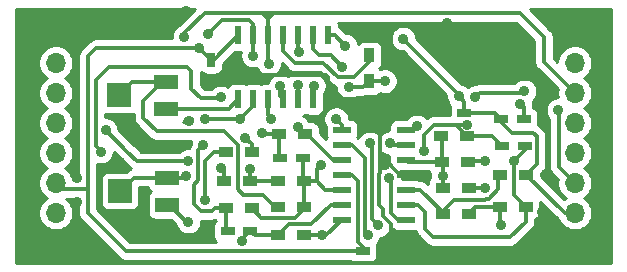
<source format=gbr>
%TF.GenerationSoftware,KiCad,Pcbnew,(5.1.10)-1*%
%TF.CreationDate,2023-08-07T22:14:48-05:00*%
%TF.ProjectId,auxFilter,61757846-696c-4746-9572-2e6b69636164,rev?*%
%TF.SameCoordinates,Original*%
%TF.FileFunction,Copper,L1,Top*%
%TF.FilePolarity,Positive*%
%FSLAX46Y46*%
G04 Gerber Fmt 4.6, Leading zero omitted, Abs format (unit mm)*
G04 Created by KiCad (PCBNEW (5.1.10)-1) date 2023-08-07 22:14:48*
%MOMM*%
%LPD*%
G01*
G04 APERTURE LIST*
%TA.AperFunction,SMDPad,CuDef*%
%ADD10R,1.200000X0.750000*%
%TD*%
%TA.AperFunction,SMDPad,CuDef*%
%ADD11R,0.750000X1.200000*%
%TD*%
%TA.AperFunction,ComponentPad*%
%ADD12O,1.700000X1.700000*%
%TD*%
%TA.AperFunction,ComponentPad*%
%ADD13R,1.700000X1.700000*%
%TD*%
%TA.AperFunction,SMDPad,CuDef*%
%ADD14R,1.200000X0.900000*%
%TD*%
%TA.AperFunction,SMDPad,CuDef*%
%ADD15R,0.900000X1.200000*%
%TD*%
%TA.AperFunction,SMDPad,CuDef*%
%ADD16R,2.000000X1.300000*%
%TD*%
%TA.AperFunction,SMDPad,CuDef*%
%ADD17R,2.000000X2.000000*%
%TD*%
%TA.AperFunction,SMDPad,CuDef*%
%ADD18R,0.600000X1.500000*%
%TD*%
%TA.AperFunction,SMDPad,CuDef*%
%ADD19R,1.500000X0.600000*%
%TD*%
%TA.AperFunction,ViaPad*%
%ADD20C,0.900000*%
%TD*%
%TA.AperFunction,Conductor*%
%ADD21C,0.350000*%
%TD*%
%TA.AperFunction,Conductor*%
%ADD22C,0.254000*%
%TD*%
%TA.AperFunction,Conductor*%
%ADD23C,0.100000*%
%TD*%
G04 APERTURE END LIST*
D10*
%TO.P,C1,1*%
%TO.N,+5V*%
X142560000Y-115189000D03*
%TO.P,C1,2*%
%TO.N,GND*%
X144460000Y-115189000D03*
%TD*%
D11*
%TO.P,C2,2*%
%TO.N,GND*%
X129730500Y-100901500D03*
%TO.P,C2,1*%
%TO.N,+5V*%
X129730500Y-99001500D03*
%TD*%
D10*
%TO.P,C3,2*%
%TO.N,GND*%
X149278300Y-103479600D03*
%TO.P,C3,1*%
%TO.N,/VR*%
X151178300Y-103479600D03*
%TD*%
%TO.P,C4,2*%
%TO.N,Net-(C4-Pad2)*%
X131130000Y-113474500D03*
%TO.P,C4,1*%
%TO.N,Net-(C4-Pad1)*%
X133030000Y-113474500D03*
%TD*%
%TO.P,C5,1*%
%TO.N,Net-(C5-Pad1)*%
X156271000Y-106299000D03*
%TO.P,C5,2*%
%TO.N,Net-(C5-Pad2)*%
X154371000Y-106299000D03*
%TD*%
%TO.P,C6,1*%
%TO.N,Net-(C6-Pad1)*%
X137475000Y-107315000D03*
%TO.P,C6,2*%
%TO.N,/VR*%
X135575000Y-107315000D03*
%TD*%
%TO.P,C7,2*%
%TO.N,/VR*%
X154307500Y-104013000D03*
%TO.P,C7,1*%
%TO.N,Net-(C7-Pad1)*%
X156207500Y-104013000D03*
%TD*%
D12*
%TO.P,J1,8*%
%TO.N,GND*%
X116586000Y-114490500D03*
%TO.P,J1,7*%
%TO.N,/VR*%
X116586000Y-111950500D03*
%TO.P,J1,6*%
%TO.N,+5V*%
X116586000Y-109410500D03*
%TO.P,J1,5*%
%TO.N,/SPACE_INPUT*%
X116586000Y-106870500D03*
%TO.P,J1,4*%
%TO.N,/MARK_INPUT*%
X116586000Y-104330500D03*
%TO.P,J1,3*%
%TO.N,/VHF*%
X116586000Y-101790500D03*
%TO.P,J1,2*%
%TO.N,/HF*%
X116586000Y-99250500D03*
D13*
%TO.P,J1,1*%
%TO.N,GND*%
X116586000Y-96710500D03*
%TD*%
%TO.P,J2,1*%
%TO.N,GND*%
X160528000Y-96710500D03*
D12*
%TO.P,J2,2*%
%TO.N,/HF*%
X160528000Y-99250500D03*
%TO.P,J2,3*%
%TO.N,/VHF*%
X160528000Y-101790500D03*
%TO.P,J2,4*%
%TO.N,/MARK_OUT*%
X160528000Y-104330500D03*
%TO.P,J2,5*%
%TO.N,/SPACE_OUT*%
X160528000Y-106870500D03*
%TO.P,J2,6*%
%TO.N,+5V*%
X160528000Y-109410500D03*
%TO.P,J2,7*%
%TO.N,/VR*%
X160528000Y-111950500D03*
%TO.P,J2,8*%
%TO.N,GND*%
X160528000Y-114490500D03*
%TD*%
D14*
%TO.P,R1,2*%
%TO.N,/MARK_INPUT*%
X133053000Y-109283500D03*
%TO.P,R1,1*%
%TO.N,Net-(R1-Pad1)*%
X130853000Y-109283500D03*
%TD*%
D15*
%TO.P,R2,1*%
%TO.N,Net-(R2-Pad1)*%
X143129000Y-98595000D03*
%TO.P,R2,2*%
%TO.N,/SPACE_INPUT*%
X143129000Y-100795000D03*
%TD*%
D14*
%TO.P,R3,1*%
%TO.N,Net-(R3-Pad1)*%
X135361500Y-111442500D03*
%TO.P,R3,2*%
%TO.N,Net-(C6-Pad1)*%
X137561500Y-111442500D03*
%TD*%
%TO.P,R4,2*%
%TO.N,Net-(C6-Pad1)*%
X137561500Y-109283500D03*
%TO.P,R4,1*%
%TO.N,/MARK_INPUT*%
X135361500Y-109283500D03*
%TD*%
%TO.P,R5,1*%
%TO.N,Net-(R5-Pad1)*%
X151531500Y-109855000D03*
%TO.P,R5,2*%
%TO.N,Net-(C7-Pad1)*%
X149331500Y-109855000D03*
%TD*%
%TO.P,R6,2*%
%TO.N,Net-(C7-Pad1)*%
X149268000Y-107632500D03*
%TO.P,R6,1*%
%TO.N,/SPACE_INPUT*%
X151468000Y-107632500D03*
%TD*%
%TO.P,R7,2*%
%TO.N,Net-(C4-Pad2)*%
X130980000Y-111569500D03*
%TO.P,R7,1*%
%TO.N,Net-(C6-Pad1)*%
X133180000Y-111569500D03*
%TD*%
%TO.P,R8,2*%
%TO.N,Net-(C5-Pad2)*%
X151425000Y-105473500D03*
%TO.P,R8,1*%
%TO.N,Net-(C7-Pad1)*%
X149225000Y-105473500D03*
%TD*%
%TO.P,R9,1*%
%TO.N,/VR*%
X135488500Y-105283000D03*
%TO.P,R9,2*%
%TO.N,Net-(R11-Pad2)*%
X137688500Y-105283000D03*
%TD*%
%TO.P,R10,1*%
%TO.N,/VR*%
X156421000Y-108712000D03*
%TO.P,R10,2*%
%TO.N,Net-(R10-Pad2)*%
X154221000Y-108712000D03*
%TD*%
%TO.P,R11,1*%
%TO.N,/MARK_OUT*%
X130980000Y-106807000D03*
%TO.P,R11,2*%
%TO.N,Net-(R11-Pad2)*%
X133180000Y-106807000D03*
%TD*%
%TO.P,R12,1*%
%TO.N,/SPACE_OUT*%
X151531500Y-112014000D03*
%TO.P,R12,2*%
%TO.N,Net-(R10-Pad2)*%
X149331500Y-112014000D03*
%TD*%
%TO.P,R13,2*%
%TO.N,Net-(C4-Pad1)*%
X135361500Y-113855500D03*
%TO.P,R13,1*%
%TO.N,/MARK_OUT*%
X137561500Y-113855500D03*
%TD*%
%TO.P,R14,2*%
%TO.N,Net-(C5-Pad1)*%
X156357500Y-111442500D03*
%TO.P,R14,1*%
%TO.N,/SPACE_OUT*%
X154157500Y-111442500D03*
%TD*%
D16*
%TO.P,RV1,1*%
%TO.N,Net-(R3-Pad1)*%
X125888500Y-100831000D03*
D17*
%TO.P,RV1,2*%
X121888500Y-101981000D03*
D16*
%TO.P,RV1,3*%
%TO.N,Net-(RV1-Pad3)*%
X125888500Y-103131000D03*
%TD*%
%TO.P,RV2,3*%
%TO.N,Net-(RV2-Pad3)*%
X126015500Y-111259000D03*
D17*
%TO.P,RV2,2*%
%TO.N,Net-(R5-Pad1)*%
X122015500Y-110109000D03*
D16*
%TO.P,RV2,1*%
X126015500Y-108959000D03*
%TD*%
D18*
%TO.P,U1,1*%
%TO.N,Net-(RV1-Pad3)*%
X132016500Y-102331500D03*
%TO.P,U1,2*%
%TO.N,Net-(C4-Pad2)*%
X133286500Y-102331500D03*
%TO.P,U1,3*%
%TO.N,Net-(C6-Pad1)*%
X134556500Y-102331500D03*
%TO.P,U1,4*%
%TO.N,Net-(R1-Pad1)*%
X135826500Y-102331500D03*
%TO.P,U1,5*%
%TO.N,/VHF*%
X137096500Y-102331500D03*
%TO.P,U1,6*%
%TO.N,/HF*%
X138366500Y-102331500D03*
%TO.P,U1,7*%
%TO.N,GND*%
X139636500Y-102331500D03*
%TO.P,U1,8*%
%TO.N,Net-(RV2-Pad3)*%
X139636500Y-96931500D03*
%TO.P,U1,9*%
%TO.N,Net-(C5-Pad2)*%
X138366500Y-96931500D03*
%TO.P,U1,10*%
%TO.N,Net-(C7-Pad1)*%
X137096500Y-96931500D03*
%TO.P,U1,11*%
%TO.N,Net-(R2-Pad1)*%
X135826500Y-96931500D03*
%TO.P,U1,12*%
%TO.N,/VHF*%
X134556500Y-96931500D03*
%TO.P,U1,13*%
%TO.N,/HF*%
X133286500Y-96931500D03*
%TO.P,U1,14*%
%TO.N,+5V*%
X132016500Y-96931500D03*
%TD*%
D19*
%TO.P,U2,14*%
%TO.N,/SPACE_OUT*%
X146210000Y-104902000D03*
%TO.P,U2,13*%
%TO.N,Net-(C5-Pad1)*%
X146210000Y-106172000D03*
%TO.P,U2,12*%
%TO.N,Net-(C7-Pad1)*%
X146210000Y-107442000D03*
%TO.P,U2,11*%
%TO.N,GND*%
X146210000Y-108712000D03*
%TO.P,U2,10*%
%TO.N,Net-(R10-Pad2)*%
X146210000Y-109982000D03*
%TO.P,U2,9*%
%TO.N,Net-(C5-Pad1)*%
X146210000Y-111252000D03*
%TO.P,U2,8*%
%TO.N,Net-(C5-Pad2)*%
X146210000Y-112522000D03*
%TO.P,U2,7*%
%TO.N,/MARK_OUT*%
X140810000Y-112522000D03*
%TO.P,U2,6*%
%TO.N,Net-(C4-Pad1)*%
X140810000Y-111252000D03*
%TO.P,U2,5*%
%TO.N,Net-(C6-Pad1)*%
X140810000Y-109982000D03*
%TO.P,U2,4*%
%TO.N,+5V*%
X140810000Y-108712000D03*
%TO.P,U2,3*%
%TO.N,Net-(R11-Pad2)*%
X140810000Y-107442000D03*
%TO.P,U2,2*%
%TO.N,Net-(C4-Pad1)*%
X140810000Y-106172000D03*
%TO.P,U2,1*%
%TO.N,Net-(C4-Pad2)*%
X140810000Y-104902000D03*
%TD*%
D20*
%TO.N,+5V*%
X128696800Y-97967800D03*
X159131000Y-103251000D03*
%TO.N,GND*%
X147701000Y-101727000D03*
X143129000Y-104267000D03*
X133261100Y-100291900D03*
X129413000Y-113030000D03*
X121539000Y-107823000D03*
X125730000Y-96901000D03*
X157734000Y-111887000D03*
X147701000Y-108839000D03*
X144437100Y-107911900D03*
X151511000Y-100965000D03*
X145796000Y-101981000D03*
X156210000Y-98298000D03*
X149733000Y-95885000D03*
X127635000Y-94869000D03*
X157734000Y-94996000D03*
X118364000Y-110998000D03*
X118364000Y-108966000D03*
X123063000Y-105283000D03*
X158242000Y-108712000D03*
X127889000Y-104140000D03*
X127635000Y-106172000D03*
X118110000Y-103124000D03*
X118237000Y-100457000D03*
X124079000Y-110109000D03*
X123190000Y-113792000D03*
%TO.N,/VR*%
X133997700Y-105181400D03*
X150736300Y-102082600D03*
X146005550Y-97199450D03*
%TO.N,Net-(C4-Pad2)*%
X132207000Y-103974900D03*
X129184400Y-104000300D03*
X129070100Y-106222800D03*
X140322300Y-104000300D03*
%TO.N,Net-(C4-Pad1)*%
X132346700Y-114363500D03*
X142989300Y-113804700D03*
%TO.N,Net-(C5-Pad1)*%
X144894300Y-106032300D03*
X152107900Y-102146100D03*
X155333700Y-107530900D03*
X156260800Y-101663500D03*
%TO.N,Net-(C5-Pad2)*%
X147726400Y-106692700D03*
X144805400Y-109016800D03*
X151396700Y-104521000D03*
X140843000Y-99568000D03*
%TO.N,Net-(C6-Pad1)*%
X139014200Y-107911900D03*
X134835900Y-103974900D03*
%TO.N,Net-(C7-Pad1)*%
X155917900Y-102717600D03*
X149331500Y-108834100D03*
X137160000Y-98348800D03*
%TO.N,/SPACE_INPUT*%
X144449800Y-100799900D03*
X152946100Y-107518200D03*
X130568700Y-102171500D03*
X120396000Y-106768900D03*
X141376400Y-101295200D03*
%TO.N,/MARK_INPUT*%
X133057900Y-108254800D03*
X120789700Y-104927400D03*
X127762000Y-107569000D03*
%TO.N,/VHF*%
X137058400Y-101142800D03*
X127469900Y-97040700D03*
X134620000Y-99352100D03*
%TO.N,/HF*%
X138417300Y-101180900D03*
X133286500Y-98640900D03*
X129463800Y-96837500D03*
%TO.N,/MARK_OUT*%
X139141200Y-113855500D03*
X129235200Y-110871000D03*
%TO.N,/SPACE_OUT*%
X154266900Y-112953800D03*
X147142200Y-104622600D03*
X143154400Y-106070400D03*
X143891000Y-113004600D03*
%TO.N,Net-(R1-Pad1)*%
X130594100Y-108153200D03*
X135572500Y-101231700D03*
%TO.N,Net-(R5-Pad1)*%
X152946100Y-109855000D03*
X127635000Y-108839000D03*
%TO.N,Net-(R11-Pad2)*%
X137045700Y-104686100D03*
X132613400Y-105575100D03*
%TO.N,Net-(RV2-Pad3)*%
X127812800Y-112687100D03*
X141097000Y-97790000D03*
%TD*%
D21*
%TO.N,+5V*%
X129946500Y-99001500D02*
X132016500Y-96931500D01*
X129730500Y-99001500D02*
X129946500Y-99001500D01*
X142560000Y-115189000D02*
X122491500Y-115189000D01*
X122491500Y-115189000D02*
X119278400Y-111975900D01*
X117119400Y-109943900D02*
X116586000Y-109410500D01*
X119278400Y-109943900D02*
X117119400Y-109943900D01*
X119278400Y-110248700D02*
X119278400Y-98704400D01*
X119278400Y-111975900D02*
X119278400Y-110248700D01*
X119278400Y-110248700D02*
X119278400Y-109943900D01*
X119278400Y-98704400D02*
X120015000Y-97967800D01*
X128696800Y-97967800D02*
X129730500Y-99001500D01*
X120015000Y-97967800D02*
X128696800Y-97967800D01*
X142560000Y-115189000D02*
X142560000Y-114797800D01*
X142560000Y-114797800D02*
X142163800Y-114401600D01*
X142163800Y-109258100D02*
X141617700Y-108712000D01*
X142163800Y-114401600D02*
X142163800Y-109258100D01*
X141617700Y-108712000D02*
X140810000Y-108712000D01*
X159162750Y-104425750D02*
X159162750Y-108045250D01*
X159162750Y-108045250D02*
X160528000Y-109410500D01*
X159162750Y-103282750D02*
X159131000Y-103251000D01*
X159162750Y-104425750D02*
X159162750Y-103282750D01*
%TO.N,GND*%
X144843500Y-103479600D02*
X149278300Y-103479600D01*
X144691100Y-103632000D02*
X144437100Y-103632000D01*
X144691100Y-103632000D02*
X144843500Y-103479600D01*
X143136600Y-102331500D02*
X139636500Y-102331500D01*
X144437100Y-103632000D02*
X143136600Y-102331500D01*
X139636500Y-102331500D02*
X139636500Y-100774500D01*
X139636500Y-100457000D02*
X139471400Y-100291900D01*
X130340100Y-100291900D02*
X129730500Y-100901500D01*
X139471400Y-100291900D02*
X133261100Y-100291900D01*
X159829500Y-115189000D02*
X160528000Y-114490500D01*
X144460000Y-115189000D02*
X159829500Y-115189000D01*
X144460000Y-115189000D02*
X144460000Y-115801100D01*
X144460000Y-115801100D02*
X144030700Y-116230400D01*
X144030700Y-116230400D02*
X121297700Y-116230400D01*
X119557800Y-114490500D02*
X116586000Y-114490500D01*
X121297700Y-116230400D02*
X119557800Y-114490500D01*
X146210000Y-108712000D02*
X145745200Y-108712000D01*
X145745200Y-108712000D02*
X144983200Y-107950000D01*
X144018000Y-104051100D02*
X144437100Y-103632000D01*
X144983200Y-107950000D02*
X144983200Y-107911900D01*
X144018000Y-106946700D02*
X144018000Y-104051100D01*
X144983200Y-107911900D02*
X144018000Y-106946700D01*
X144018000Y-107170300D02*
X144018000Y-106946700D01*
X144018000Y-108610400D02*
X143954500Y-108673900D01*
X143954500Y-108673900D02*
X143954500Y-111302800D01*
X143954500Y-111302800D02*
X144310100Y-111658400D01*
X144310100Y-115651200D02*
X144460000Y-115801100D01*
X144310100Y-112039400D02*
X144310100Y-112191800D01*
X144310100Y-111658400D02*
X144310100Y-112039400D01*
X144310100Y-112191800D02*
X144983200Y-112864900D01*
X144983200Y-114665800D02*
X144460000Y-115189000D01*
X144983200Y-112864900D02*
X144983200Y-114665800D01*
X133261100Y-100291900D02*
X130340100Y-100291900D01*
X139636500Y-100774500D02*
X139636500Y-100457000D01*
X144106900Y-107911900D02*
X144018000Y-107823000D01*
X144983200Y-107911900D02*
X144437100Y-107911900D01*
X144018000Y-107823000D02*
X144018000Y-108610400D01*
X144018000Y-107170300D02*
X144018000Y-107823000D01*
X144437100Y-107911900D02*
X144106900Y-107911900D01*
%TO.N,/VR*%
X153774100Y-103479600D02*
X154307500Y-104013000D01*
X151178300Y-103479600D02*
X153774100Y-103479600D01*
X135488500Y-107228500D02*
X135575000Y-107315000D01*
X135488500Y-105283000D02*
X135488500Y-107228500D01*
X134099300Y-105283000D02*
X133997700Y-105181400D01*
X135488500Y-105283000D02*
X134099300Y-105283000D01*
X151178300Y-102524600D02*
X151178300Y-103479600D01*
X150736300Y-102082600D02*
X151178300Y-102524600D01*
X150736300Y-101930200D02*
X148704300Y-99898200D01*
X150736300Y-102082600D02*
X150736300Y-101930200D01*
X159659500Y-111950500D02*
X156421000Y-108712000D01*
X160528000Y-111950500D02*
X159659500Y-111950500D01*
X156421000Y-108712000D02*
X156421000Y-108465800D01*
X154307500Y-104013000D02*
X154307500Y-104294900D01*
X154307500Y-104294900D02*
X155168600Y-105156000D01*
X155168600Y-105156000D02*
X156984700Y-105156000D01*
X156984700Y-105156000D02*
X157289500Y-105460800D01*
X157289500Y-107843500D02*
X156421000Y-108712000D01*
X157289500Y-105460800D02*
X157289500Y-107843500D01*
X148704300Y-99898200D02*
X146005550Y-97199450D01*
%TO.N,Net-(C4-Pad2)*%
X130980000Y-113324500D02*
X131130000Y-113474500D01*
X130980000Y-111569500D02*
X130980000Y-113324500D01*
X133286500Y-102895400D02*
X133286500Y-102331500D01*
X132207000Y-103974900D02*
X133286500Y-102895400D01*
X130980000Y-111569500D02*
X130060700Y-111569500D01*
X130060700Y-111569500D02*
X129844800Y-111785400D01*
X129844800Y-111785400D02*
X128854200Y-111785400D01*
X128854200Y-111785400D02*
X128257300Y-111188500D01*
X128257300Y-111188500D02*
X128257300Y-110172500D01*
X128257300Y-110172500D02*
X128257300Y-109575600D01*
X128257300Y-109575600D02*
X128651000Y-109181900D01*
X128651000Y-109181900D02*
X128651000Y-106641900D01*
X128651000Y-106641900D02*
X129070100Y-106222800D01*
X129209800Y-103974900D02*
X129184400Y-104000300D01*
X132207000Y-103974900D02*
X129209800Y-103974900D01*
X140810000Y-104488000D02*
X140810000Y-104902000D01*
X140322300Y-104000300D02*
X140810000Y-104488000D01*
%TO.N,Net-(C4-Pad1)*%
X133411000Y-113855500D02*
X133030000Y-113474500D01*
X135361500Y-113855500D02*
X133411000Y-113855500D01*
X140810000Y-111252000D02*
X139890500Y-111252000D01*
X139890500Y-111252000D02*
X138214100Y-112928400D01*
X136288600Y-112928400D02*
X135361500Y-113855500D01*
X138214100Y-112928400D02*
X136288600Y-112928400D01*
X132346700Y-114363500D02*
X132321300Y-114338100D01*
X132321300Y-114183200D02*
X133030000Y-113474500D01*
X132321300Y-114338100D02*
X132321300Y-114183200D01*
X140810000Y-106172000D02*
X141617700Y-106172000D01*
X141617700Y-106172000D02*
X142760700Y-107315000D01*
X142760700Y-113576100D02*
X142989300Y-113804700D01*
X142760700Y-107315000D02*
X142760700Y-113576100D01*
%TO.N,Net-(C5-Pad1)*%
X145034000Y-106172000D02*
X144894300Y-106032300D01*
X146210000Y-106172000D02*
X145034000Y-106172000D01*
X156271000Y-106299000D02*
X156271000Y-106593600D01*
X156271000Y-106593600D02*
X155333700Y-107530900D01*
X155333700Y-110418700D02*
X156357500Y-111442500D01*
X155333700Y-107530900D02*
X155333700Y-110418700D01*
X146210000Y-111252000D02*
X147205700Y-111252000D01*
X147205700Y-111252000D02*
X147205700Y-111264700D01*
X147205700Y-111264700D02*
X147853400Y-111912400D01*
X147853400Y-111912400D02*
X147853400Y-113322100D01*
X147853400Y-113322100D02*
X148539200Y-114007900D01*
X156357500Y-112692000D02*
X156357500Y-111442500D01*
X155041600Y-114007900D02*
X156357500Y-112692000D01*
X148539200Y-114007900D02*
X155041600Y-114007900D01*
X156133800Y-101790500D02*
X156260800Y-101663500D01*
X152463500Y-101790500D02*
X156133800Y-101790500D01*
X152107900Y-102146100D02*
X152463500Y-101790500D01*
%TO.N,Net-(C5-Pad2)*%
X153545500Y-105473500D02*
X154371000Y-106299000D01*
X151425000Y-105473500D02*
X153545500Y-105473500D01*
X151425000Y-105473500D02*
X151422100Y-105473500D01*
X151422100Y-105473500D02*
X150431500Y-104482900D01*
X150431500Y-104482900D02*
X148564600Y-104482900D01*
X147726400Y-105321100D02*
X147726400Y-106692700D01*
X148564600Y-104482900D02*
X147726400Y-105321100D01*
X144805400Y-109016800D02*
X144919700Y-109131100D01*
X144919700Y-109131100D02*
X144919700Y-111925100D01*
X145516600Y-112522000D02*
X146210000Y-112522000D01*
X144919700Y-111925100D02*
X145516600Y-112522000D01*
X151358600Y-104482900D02*
X151396700Y-104521000D01*
X150431500Y-104482900D02*
X151358600Y-104482900D01*
X138366500Y-98107500D02*
X138366500Y-96931500D01*
X138836400Y-98577400D02*
X138366500Y-98107500D01*
X139852400Y-98577400D02*
X138836400Y-98577400D01*
X140843000Y-99568000D02*
X139852400Y-98577400D01*
%TO.N,Net-(C6-Pad1)*%
X137475000Y-109197000D02*
X137561500Y-109283500D01*
X137475000Y-107315000D02*
X137475000Y-109197000D01*
X137561500Y-111442500D02*
X137561500Y-109283500D01*
X137561500Y-109283500D02*
X138684000Y-109283500D01*
X139382500Y-109982000D02*
X140810000Y-109982000D01*
X138684000Y-109283500D02*
X139382500Y-109982000D01*
X138684000Y-108242100D02*
X139014200Y-107911900D01*
X138684000Y-109283500D02*
X138684000Y-108242100D01*
X134556500Y-103695500D02*
X134556500Y-102331500D01*
X134835900Y-103974900D02*
X134556500Y-103695500D01*
X137561500Y-111442500D02*
X137561500Y-111650600D01*
X137561500Y-111650600D02*
X136842500Y-112369600D01*
X133980100Y-112369600D02*
X133180000Y-111569500D01*
X136842500Y-112369600D02*
X133980100Y-112369600D01*
%TO.N,Net-(C7-Pad1)*%
X149268000Y-105516500D02*
X149225000Y-105473500D01*
X149331500Y-107696000D02*
X149268000Y-107632500D01*
X146400500Y-107632500D02*
X146210000Y-107442000D01*
X149268000Y-107632500D02*
X146400500Y-107632500D01*
X156207500Y-104013000D02*
X156207500Y-103007200D01*
X156207500Y-103007200D02*
X155917900Y-102717600D01*
X149331500Y-108834100D02*
X149331500Y-107696000D01*
X149331500Y-109855000D02*
X149331500Y-108834100D01*
X149268000Y-106535400D02*
X149275800Y-106527600D01*
X149268000Y-107632500D02*
X149268000Y-106535400D01*
X149268000Y-106535400D02*
X149268000Y-105516500D01*
X137096500Y-98285300D02*
X137096500Y-96931500D01*
X137160000Y-98348800D02*
X137096500Y-98285300D01*
%TO.N,/SPACE_INPUT*%
X144444900Y-100795000D02*
X144449800Y-100799900D01*
X143129000Y-100795000D02*
X144444900Y-100795000D01*
X151582300Y-107518200D02*
X151468000Y-107632500D01*
X152946100Y-107518200D02*
X151582300Y-107518200D01*
X130568700Y-102171500D02*
X130479800Y-102260400D01*
X130479800Y-102260400D02*
X128854200Y-102260400D01*
X128854200Y-102260400D02*
X128066800Y-101473000D01*
X128066800Y-101473000D02*
X128066800Y-99974400D01*
X128066800Y-99974400D02*
X127673100Y-99580700D01*
X127673100Y-99580700D02*
X121069100Y-99580700D01*
X121069100Y-99580700D02*
X119951500Y-100698300D01*
X119951500Y-100698300D02*
X119951500Y-106299000D01*
X120396000Y-106743500D02*
X120396000Y-106768900D01*
X119951500Y-106299000D02*
X120396000Y-106743500D01*
X142628800Y-101295200D02*
X143129000Y-100795000D01*
X141376400Y-101295200D02*
X142628800Y-101295200D01*
%TO.N,/MARK_INPUT*%
X133053000Y-109283500D02*
X135361500Y-109283500D01*
X133053000Y-108259700D02*
X133057900Y-108254800D01*
X133053000Y-109283500D02*
X133053000Y-108259700D01*
X122631200Y-106768900D02*
X120789700Y-104927400D01*
X122631200Y-106768900D02*
X122643900Y-106768900D01*
X123444000Y-107569000D02*
X127762000Y-107569000D01*
X122643900Y-106768900D02*
X123444000Y-107569000D01*
%TO.N,/VHF*%
X137096500Y-101180900D02*
X137058400Y-101142800D01*
X137096500Y-102331500D02*
X137096500Y-101180900D01*
X134594600Y-96969600D02*
X134556500Y-96931500D01*
X134556500Y-96931500D02*
X134556500Y-95529400D01*
X134556500Y-95529400D02*
X134061200Y-95034100D01*
X134061200Y-95034100D02*
X129171700Y-95034100D01*
X127469900Y-96735900D02*
X127469900Y-97040700D01*
X129171700Y-95034100D02*
X127469900Y-96735900D01*
X155905200Y-95034100D02*
X157911800Y-97040700D01*
X157911800Y-99174300D02*
X160528000Y-101790500D01*
X157911800Y-97040700D02*
X157911800Y-99174300D01*
X134556500Y-95097600D02*
X134620000Y-95034100D01*
X134556500Y-95529400D02*
X134556500Y-95097600D01*
X134061200Y-95034100D02*
X134620000Y-95034100D01*
X134556500Y-95516700D02*
X135039100Y-95034100D01*
X134556500Y-95529400D02*
X134556500Y-95516700D01*
X135039100Y-95034100D02*
X155905200Y-95034100D01*
X134620000Y-95034100D02*
X135039100Y-95034100D01*
X134556500Y-99288600D02*
X134620000Y-99352100D01*
X134556500Y-96931500D02*
X134556500Y-99288600D01*
%TO.N,/HF*%
X138366500Y-101231700D02*
X138417300Y-101180900D01*
X138366500Y-102331500D02*
X138366500Y-101231700D01*
X133286500Y-98640900D02*
X133286500Y-96931500D01*
X133286500Y-96931500D02*
X133286500Y-95986600D01*
X133286500Y-95986600D02*
X132943600Y-95643700D01*
X132943600Y-95643700D02*
X130670300Y-95643700D01*
X130670300Y-95643700D02*
X129489200Y-96824800D01*
X129476500Y-96824800D02*
X129463800Y-96837500D01*
X129489200Y-96824800D02*
X129476500Y-96824800D01*
%TO.N,/MARK_OUT*%
X139476500Y-113855500D02*
X140810000Y-112522000D01*
X139141200Y-113855500D02*
X139476500Y-113855500D01*
X137561500Y-113855500D02*
X139141200Y-113855500D01*
X129235200Y-110871000D02*
X129235200Y-107569000D01*
X129997200Y-106807000D02*
X130980000Y-106807000D01*
X129235200Y-107569000D02*
X129997200Y-106807000D01*
%TO.N,/SPACE_OUT*%
X152103000Y-111442500D02*
X151531500Y-112014000D01*
X154157500Y-111442500D02*
X152103000Y-111442500D01*
X154157500Y-112844400D02*
X154266900Y-112953800D01*
X154157500Y-111442500D02*
X154157500Y-112844400D01*
X146862800Y-104902000D02*
X147142200Y-104622600D01*
X146210000Y-104902000D02*
X146862800Y-104902000D01*
X143154400Y-106070400D02*
X143383000Y-106299000D01*
X143383000Y-106299000D02*
X143383000Y-112344200D01*
X143383000Y-112496600D02*
X143891000Y-113004600D01*
X143383000Y-112344200D02*
X143383000Y-112496600D01*
%TO.N,Net-(R1-Pad1)*%
X130853000Y-108412100D02*
X130594100Y-108153200D01*
X130853000Y-109283500D02*
X130853000Y-108412100D01*
X135572500Y-102077500D02*
X135826500Y-102331500D01*
X135572500Y-101231700D02*
X135572500Y-102077500D01*
%TO.N,Net-(R2-Pad1)*%
X135826500Y-98257000D02*
X135826500Y-96931500D01*
X136164500Y-98595000D02*
X135826500Y-98257000D01*
X139242800Y-99237800D02*
X136804400Y-99237800D01*
X136164500Y-98597900D02*
X136164500Y-98595000D01*
X143129000Y-99187000D02*
X141859000Y-100457000D01*
X136804400Y-99237800D02*
X136164500Y-98597900D01*
X140462000Y-100457000D02*
X139242800Y-99237800D01*
X141859000Y-100457000D02*
X140462000Y-100457000D01*
X143129000Y-98595000D02*
X143129000Y-99187000D01*
%TO.N,Net-(R3-Pad1)*%
X123038500Y-100831000D02*
X121888500Y-101981000D01*
X125888500Y-100831000D02*
X123038500Y-100831000D01*
X125610000Y-100831000D02*
X125888500Y-100831000D01*
X123990100Y-103936800D02*
X123990100Y-102450900D01*
X131978400Y-109943900D02*
X131978400Y-106197400D01*
X125107700Y-105054400D02*
X123990100Y-103936800D01*
X131978400Y-106197400D02*
X130835400Y-105054400D01*
X134112000Y-110401100D02*
X132435600Y-110401100D01*
X130835400Y-105054400D02*
X125107700Y-105054400D01*
X132435600Y-110401100D02*
X131978400Y-109943900D01*
X135153400Y-111442500D02*
X134112000Y-110401100D01*
X123990100Y-102450900D02*
X125610000Y-100831000D01*
X135361500Y-111442500D02*
X135153400Y-111442500D01*
%TO.N,Net-(R5-Pad1)*%
X123165500Y-108959000D02*
X122015500Y-110109000D01*
X126015500Y-108959000D02*
X123165500Y-108959000D01*
X151531500Y-109855000D02*
X152946100Y-109855000D01*
X126015500Y-108959000D02*
X127172100Y-108959000D01*
X127515000Y-108959000D02*
X126015500Y-108959000D01*
X127635000Y-108839000D02*
X127515000Y-108959000D01*
%TO.N,Net-(R11-Pad2)*%
X137688500Y-105283000D02*
X137858500Y-105283000D01*
X140017500Y-107442000D02*
X140810000Y-107442000D01*
X137858500Y-105283000D02*
X140017500Y-107442000D01*
X137642600Y-105283000D02*
X137045700Y-104686100D01*
X137688500Y-105283000D02*
X137642600Y-105283000D01*
X133180000Y-106141700D02*
X133180000Y-106807000D01*
X132613400Y-105575100D02*
X133180000Y-106141700D01*
%TO.N,Net-(R10-Pad2)*%
X149331500Y-112014000D02*
X149331500Y-111866500D01*
X147447000Y-109982000D02*
X146210000Y-109982000D01*
X149331500Y-111866500D02*
X147447000Y-109982000D01*
X149331500Y-112014000D02*
X149331500Y-111831300D01*
X149331500Y-111831300D02*
X150270310Y-110892490D01*
X150270310Y-110892490D02*
X152924610Y-110892490D01*
X152924610Y-110892490D02*
X153035000Y-110782100D01*
X153035000Y-110782100D02*
X153225500Y-110782100D01*
X153225500Y-110782100D02*
X154051000Y-109956600D01*
X154051000Y-108882000D02*
X154221000Y-108712000D01*
X154051000Y-109956600D02*
X154051000Y-108882000D01*
%TO.N,Net-(RV1-Pad3)*%
X131217000Y-103131000D02*
X132016500Y-102331500D01*
X125888500Y-103131000D02*
X131217000Y-103131000D01*
%TO.N,Net-(RV2-Pad3)*%
X139755900Y-96812100D02*
X139636500Y-96931500D01*
X126015500Y-111259000D02*
X126206900Y-111259000D01*
X127635000Y-112687100D02*
X127812800Y-112687100D01*
X126206900Y-111259000D02*
X127635000Y-112687100D01*
X140238500Y-96931500D02*
X139636500Y-96931500D01*
X141097000Y-97790000D02*
X140238500Y-96931500D01*
%TD*%
D22*
%TO.N,GND*%
X163551000Y-116180000D02*
X143316828Y-116180000D01*
X143404180Y-116153502D01*
X143514494Y-116094537D01*
X143611185Y-116015185D01*
X143690537Y-115918494D01*
X143749502Y-115808180D01*
X143785812Y-115688482D01*
X143798072Y-115564000D01*
X143798072Y-114814000D01*
X143785812Y-114689518D01*
X143751620Y-114576802D01*
X143832075Y-114496347D01*
X143950815Y-114318640D01*
X144032604Y-114121183D01*
X144040576Y-114081104D01*
X144207483Y-114047904D01*
X144404940Y-113966115D01*
X144582647Y-113847375D01*
X144733775Y-113696247D01*
X144852515Y-113518540D01*
X144934304Y-113321083D01*
X144956509Y-113209450D01*
X145008815Y-113273185D01*
X145105506Y-113352537D01*
X145215820Y-113411502D01*
X145335518Y-113447812D01*
X145460000Y-113460072D01*
X146960000Y-113460072D01*
X147052177Y-113450994D01*
X147055121Y-113480888D01*
X147074274Y-113544026D01*
X147101438Y-113633573D01*
X147176651Y-113774289D01*
X147219150Y-113826073D01*
X147277873Y-113897628D01*
X147308783Y-113922995D01*
X147938305Y-114552518D01*
X147963672Y-114583428D01*
X148049396Y-114653779D01*
X148087011Y-114684649D01*
X148227726Y-114759863D01*
X148263263Y-114770643D01*
X148380412Y-114806180D01*
X148499409Y-114817900D01*
X148499412Y-114817900D01*
X148539200Y-114821819D01*
X148578988Y-114817900D01*
X155001812Y-114817900D01*
X155041600Y-114821819D01*
X155081388Y-114817900D01*
X155081391Y-114817900D01*
X155200388Y-114806180D01*
X155353073Y-114759863D01*
X155493789Y-114684649D01*
X155617128Y-114583428D01*
X155642499Y-114552513D01*
X156902119Y-113292894D01*
X156933028Y-113267528D01*
X157034249Y-113144189D01*
X157045088Y-113123911D01*
X157109463Y-113003474D01*
X157141048Y-112899351D01*
X157155780Y-112850788D01*
X157167500Y-112731791D01*
X157167500Y-112731788D01*
X157171419Y-112692000D01*
X157167500Y-112652212D01*
X157167500Y-112492370D01*
X157201680Y-112482002D01*
X157311994Y-112423037D01*
X157408685Y-112343685D01*
X157488037Y-112246994D01*
X157547002Y-112136680D01*
X157583312Y-112016982D01*
X157595572Y-111892500D01*
X157595572Y-111032085D01*
X159058605Y-112495118D01*
X159083972Y-112526028D01*
X159161348Y-112589528D01*
X159197699Y-112619360D01*
X159212010Y-112653911D01*
X159374525Y-112897132D01*
X159581368Y-113103975D01*
X159824589Y-113266490D01*
X160094842Y-113378432D01*
X160381740Y-113435500D01*
X160674260Y-113435500D01*
X160961158Y-113378432D01*
X161231411Y-113266490D01*
X161474632Y-113103975D01*
X161681475Y-112897132D01*
X161843990Y-112653911D01*
X161955932Y-112383658D01*
X162013000Y-112096760D01*
X162013000Y-111804240D01*
X161955932Y-111517342D01*
X161843990Y-111247089D01*
X161681475Y-111003868D01*
X161474632Y-110797025D01*
X161300240Y-110680500D01*
X161474632Y-110563975D01*
X161681475Y-110357132D01*
X161843990Y-110113911D01*
X161955932Y-109843658D01*
X162013000Y-109556760D01*
X162013000Y-109264240D01*
X161955932Y-108977342D01*
X161843990Y-108707089D01*
X161681475Y-108463868D01*
X161474632Y-108257025D01*
X161300240Y-108140500D01*
X161474632Y-108023975D01*
X161681475Y-107817132D01*
X161843990Y-107573911D01*
X161955932Y-107303658D01*
X162013000Y-107016760D01*
X162013000Y-106724240D01*
X161955932Y-106437342D01*
X161843990Y-106167089D01*
X161681475Y-105923868D01*
X161474632Y-105717025D01*
X161300240Y-105600500D01*
X161474632Y-105483975D01*
X161681475Y-105277132D01*
X161843990Y-105033911D01*
X161955932Y-104763658D01*
X162013000Y-104476760D01*
X162013000Y-104184240D01*
X161955932Y-103897342D01*
X161843990Y-103627089D01*
X161681475Y-103383868D01*
X161474632Y-103177025D01*
X161300240Y-103060500D01*
X161474632Y-102943975D01*
X161681475Y-102737132D01*
X161843990Y-102493911D01*
X161955932Y-102223658D01*
X162013000Y-101936760D01*
X162013000Y-101644240D01*
X161955932Y-101357342D01*
X161843990Y-101087089D01*
X161681475Y-100843868D01*
X161474632Y-100637025D01*
X161300240Y-100520500D01*
X161474632Y-100403975D01*
X161681475Y-100197132D01*
X161843990Y-99953911D01*
X161955932Y-99683658D01*
X162013000Y-99396760D01*
X162013000Y-99104240D01*
X161955932Y-98817342D01*
X161843990Y-98547089D01*
X161681475Y-98303868D01*
X161474632Y-98097025D01*
X161231411Y-97934510D01*
X160961158Y-97822568D01*
X160674260Y-97765500D01*
X160381740Y-97765500D01*
X160094842Y-97822568D01*
X159824589Y-97934510D01*
X159581368Y-98097025D01*
X159374525Y-98303868D01*
X159212010Y-98547089D01*
X159100068Y-98817342D01*
X159043000Y-99104240D01*
X159043000Y-99159988D01*
X158721800Y-98838788D01*
X158721800Y-97080488D01*
X158725719Y-97040700D01*
X158721800Y-97000909D01*
X158710080Y-96881912D01*
X158663763Y-96729227D01*
X158605395Y-96620027D01*
X158588549Y-96588510D01*
X158536014Y-96524496D01*
X158487328Y-96465172D01*
X158456419Y-96439806D01*
X156720112Y-94703500D01*
X163551001Y-94703500D01*
X163551000Y-116180000D01*
%TA.AperFunction,Conductor*%
D23*
G36*
X163551000Y-116180000D02*
G01*
X143316828Y-116180000D01*
X143404180Y-116153502D01*
X143514494Y-116094537D01*
X143611185Y-116015185D01*
X143690537Y-115918494D01*
X143749502Y-115808180D01*
X143785812Y-115688482D01*
X143798072Y-115564000D01*
X143798072Y-114814000D01*
X143785812Y-114689518D01*
X143751620Y-114576802D01*
X143832075Y-114496347D01*
X143950815Y-114318640D01*
X144032604Y-114121183D01*
X144040576Y-114081104D01*
X144207483Y-114047904D01*
X144404940Y-113966115D01*
X144582647Y-113847375D01*
X144733775Y-113696247D01*
X144852515Y-113518540D01*
X144934304Y-113321083D01*
X144956509Y-113209450D01*
X145008815Y-113273185D01*
X145105506Y-113352537D01*
X145215820Y-113411502D01*
X145335518Y-113447812D01*
X145460000Y-113460072D01*
X146960000Y-113460072D01*
X147052177Y-113450994D01*
X147055121Y-113480888D01*
X147074274Y-113544026D01*
X147101438Y-113633573D01*
X147176651Y-113774289D01*
X147219150Y-113826073D01*
X147277873Y-113897628D01*
X147308783Y-113922995D01*
X147938305Y-114552518D01*
X147963672Y-114583428D01*
X148049396Y-114653779D01*
X148087011Y-114684649D01*
X148227726Y-114759863D01*
X148263263Y-114770643D01*
X148380412Y-114806180D01*
X148499409Y-114817900D01*
X148499412Y-114817900D01*
X148539200Y-114821819D01*
X148578988Y-114817900D01*
X155001812Y-114817900D01*
X155041600Y-114821819D01*
X155081388Y-114817900D01*
X155081391Y-114817900D01*
X155200388Y-114806180D01*
X155353073Y-114759863D01*
X155493789Y-114684649D01*
X155617128Y-114583428D01*
X155642499Y-114552513D01*
X156902119Y-113292894D01*
X156933028Y-113267528D01*
X157034249Y-113144189D01*
X157045088Y-113123911D01*
X157109463Y-113003474D01*
X157141048Y-112899351D01*
X157155780Y-112850788D01*
X157167500Y-112731791D01*
X157167500Y-112731788D01*
X157171419Y-112692000D01*
X157167500Y-112652212D01*
X157167500Y-112492370D01*
X157201680Y-112482002D01*
X157311994Y-112423037D01*
X157408685Y-112343685D01*
X157488037Y-112246994D01*
X157547002Y-112136680D01*
X157583312Y-112016982D01*
X157595572Y-111892500D01*
X157595572Y-111032085D01*
X159058605Y-112495118D01*
X159083972Y-112526028D01*
X159161348Y-112589528D01*
X159197699Y-112619360D01*
X159212010Y-112653911D01*
X159374525Y-112897132D01*
X159581368Y-113103975D01*
X159824589Y-113266490D01*
X160094842Y-113378432D01*
X160381740Y-113435500D01*
X160674260Y-113435500D01*
X160961158Y-113378432D01*
X161231411Y-113266490D01*
X161474632Y-113103975D01*
X161681475Y-112897132D01*
X161843990Y-112653911D01*
X161955932Y-112383658D01*
X162013000Y-112096760D01*
X162013000Y-111804240D01*
X161955932Y-111517342D01*
X161843990Y-111247089D01*
X161681475Y-111003868D01*
X161474632Y-110797025D01*
X161300240Y-110680500D01*
X161474632Y-110563975D01*
X161681475Y-110357132D01*
X161843990Y-110113911D01*
X161955932Y-109843658D01*
X162013000Y-109556760D01*
X162013000Y-109264240D01*
X161955932Y-108977342D01*
X161843990Y-108707089D01*
X161681475Y-108463868D01*
X161474632Y-108257025D01*
X161300240Y-108140500D01*
X161474632Y-108023975D01*
X161681475Y-107817132D01*
X161843990Y-107573911D01*
X161955932Y-107303658D01*
X162013000Y-107016760D01*
X162013000Y-106724240D01*
X161955932Y-106437342D01*
X161843990Y-106167089D01*
X161681475Y-105923868D01*
X161474632Y-105717025D01*
X161300240Y-105600500D01*
X161474632Y-105483975D01*
X161681475Y-105277132D01*
X161843990Y-105033911D01*
X161955932Y-104763658D01*
X162013000Y-104476760D01*
X162013000Y-104184240D01*
X161955932Y-103897342D01*
X161843990Y-103627089D01*
X161681475Y-103383868D01*
X161474632Y-103177025D01*
X161300240Y-103060500D01*
X161474632Y-102943975D01*
X161681475Y-102737132D01*
X161843990Y-102493911D01*
X161955932Y-102223658D01*
X162013000Y-101936760D01*
X162013000Y-101644240D01*
X161955932Y-101357342D01*
X161843990Y-101087089D01*
X161681475Y-100843868D01*
X161474632Y-100637025D01*
X161300240Y-100520500D01*
X161474632Y-100403975D01*
X161681475Y-100197132D01*
X161843990Y-99953911D01*
X161955932Y-99683658D01*
X162013000Y-99396760D01*
X162013000Y-99104240D01*
X161955932Y-98817342D01*
X161843990Y-98547089D01*
X161681475Y-98303868D01*
X161474632Y-98097025D01*
X161231411Y-97934510D01*
X160961158Y-97822568D01*
X160674260Y-97765500D01*
X160381740Y-97765500D01*
X160094842Y-97822568D01*
X159824589Y-97934510D01*
X159581368Y-98097025D01*
X159374525Y-98303868D01*
X159212010Y-98547089D01*
X159100068Y-98817342D01*
X159043000Y-99104240D01*
X159043000Y-99159988D01*
X158721800Y-98838788D01*
X158721800Y-97080488D01*
X158725719Y-97040700D01*
X158721800Y-97000909D01*
X158710080Y-96881912D01*
X158663763Y-96729227D01*
X158605395Y-96620027D01*
X158588549Y-96588510D01*
X158536014Y-96524496D01*
X158487328Y-96465172D01*
X158456419Y-96439806D01*
X156720112Y-94703500D01*
X163551001Y-94703500D01*
X163551000Y-116180000D01*
G37*
%TD.AperFunction*%
D22*
X126998882Y-96061406D02*
X126955960Y-96079185D01*
X126778253Y-96197925D01*
X126627125Y-96349053D01*
X126508385Y-96526760D01*
X126426596Y-96724217D01*
X126384900Y-96933837D01*
X126384900Y-97147563D01*
X126386936Y-97157800D01*
X120054788Y-97157800D01*
X120015000Y-97153881D01*
X119975212Y-97157800D01*
X119975209Y-97157800D01*
X119856212Y-97169520D01*
X119757422Y-97199488D01*
X119703526Y-97215837D01*
X119565359Y-97289689D01*
X119562811Y-97291051D01*
X119439472Y-97392272D01*
X119414105Y-97423182D01*
X118733783Y-98103505D01*
X118702873Y-98128872D01*
X118677508Y-98159780D01*
X118601651Y-98252211D01*
X118537046Y-98373081D01*
X118526438Y-98392927D01*
X118481229Y-98541962D01*
X118480121Y-98545613D01*
X118464481Y-98704400D01*
X118468401Y-98744198D01*
X118468400Y-109133900D01*
X118045074Y-109133900D01*
X118013932Y-108977342D01*
X117901990Y-108707089D01*
X117739475Y-108463868D01*
X117532632Y-108257025D01*
X117358240Y-108140500D01*
X117532632Y-108023975D01*
X117739475Y-107817132D01*
X117901990Y-107573911D01*
X118013932Y-107303658D01*
X118071000Y-107016760D01*
X118071000Y-106724240D01*
X118013932Y-106437342D01*
X117901990Y-106167089D01*
X117739475Y-105923868D01*
X117532632Y-105717025D01*
X117358240Y-105600500D01*
X117532632Y-105483975D01*
X117739475Y-105277132D01*
X117901990Y-105033911D01*
X118013932Y-104763658D01*
X118071000Y-104476760D01*
X118071000Y-104184240D01*
X118013932Y-103897342D01*
X117901990Y-103627089D01*
X117739475Y-103383868D01*
X117532632Y-103177025D01*
X117358240Y-103060500D01*
X117532632Y-102943975D01*
X117739475Y-102737132D01*
X117901990Y-102493911D01*
X118013932Y-102223658D01*
X118071000Y-101936760D01*
X118071000Y-101644240D01*
X118013932Y-101357342D01*
X117901990Y-101087089D01*
X117739475Y-100843868D01*
X117532632Y-100637025D01*
X117358240Y-100520500D01*
X117532632Y-100403975D01*
X117739475Y-100197132D01*
X117901990Y-99953911D01*
X118013932Y-99683658D01*
X118071000Y-99396760D01*
X118071000Y-99104240D01*
X118013932Y-98817342D01*
X117901990Y-98547089D01*
X117739475Y-98303868D01*
X117532632Y-98097025D01*
X117289411Y-97934510D01*
X117019158Y-97822568D01*
X116732260Y-97765500D01*
X116439740Y-97765500D01*
X116152842Y-97822568D01*
X115882589Y-97934510D01*
X115639368Y-98097025D01*
X115432525Y-98303868D01*
X115270010Y-98547089D01*
X115158068Y-98817342D01*
X115101000Y-99104240D01*
X115101000Y-99396760D01*
X115158068Y-99683658D01*
X115270010Y-99953911D01*
X115432525Y-100197132D01*
X115639368Y-100403975D01*
X115813760Y-100520500D01*
X115639368Y-100637025D01*
X115432525Y-100843868D01*
X115270010Y-101087089D01*
X115158068Y-101357342D01*
X115101000Y-101644240D01*
X115101000Y-101936760D01*
X115158068Y-102223658D01*
X115270010Y-102493911D01*
X115432525Y-102737132D01*
X115639368Y-102943975D01*
X115813760Y-103060500D01*
X115639368Y-103177025D01*
X115432525Y-103383868D01*
X115270010Y-103627089D01*
X115158068Y-103897342D01*
X115101000Y-104184240D01*
X115101000Y-104476760D01*
X115158068Y-104763658D01*
X115270010Y-105033911D01*
X115432525Y-105277132D01*
X115639368Y-105483975D01*
X115813760Y-105600500D01*
X115639368Y-105717025D01*
X115432525Y-105923868D01*
X115270010Y-106167089D01*
X115158068Y-106437342D01*
X115101000Y-106724240D01*
X115101000Y-107016760D01*
X115158068Y-107303658D01*
X115270010Y-107573911D01*
X115432525Y-107817132D01*
X115639368Y-108023975D01*
X115813760Y-108140500D01*
X115639368Y-108257025D01*
X115432525Y-108463868D01*
X115270010Y-108707089D01*
X115158068Y-108977342D01*
X115101000Y-109264240D01*
X115101000Y-109556760D01*
X115158068Y-109843658D01*
X115270010Y-110113911D01*
X115432525Y-110357132D01*
X115639368Y-110563975D01*
X115813760Y-110680500D01*
X115639368Y-110797025D01*
X115432525Y-111003868D01*
X115270010Y-111247089D01*
X115158068Y-111517342D01*
X115101000Y-111804240D01*
X115101000Y-112096760D01*
X115158068Y-112383658D01*
X115270010Y-112653911D01*
X115432525Y-112897132D01*
X115639368Y-113103975D01*
X115882589Y-113266490D01*
X116152842Y-113378432D01*
X116439740Y-113435500D01*
X116732260Y-113435500D01*
X117019158Y-113378432D01*
X117289411Y-113266490D01*
X117532632Y-113103975D01*
X117739475Y-112897132D01*
X117901990Y-112653911D01*
X118013932Y-112383658D01*
X118071000Y-112096760D01*
X118071000Y-111804240D01*
X118013932Y-111517342D01*
X117901990Y-111247089D01*
X117739475Y-111003868D01*
X117532632Y-110797025D01*
X117468091Y-110753900D01*
X118468401Y-110753900D01*
X118468400Y-111936111D01*
X118464481Y-111975900D01*
X118468400Y-112015688D01*
X118468400Y-112015690D01*
X118480120Y-112134687D01*
X118526437Y-112287372D01*
X118547805Y-112327349D01*
X118601651Y-112428089D01*
X118613090Y-112442027D01*
X118702872Y-112551428D01*
X118733788Y-112576800D01*
X121890605Y-115733618D01*
X121915972Y-115764528D01*
X122039311Y-115865749D01*
X122180026Y-115940963D01*
X122332712Y-115987280D01*
X122491500Y-116002919D01*
X122531291Y-115999000D01*
X141495532Y-115999000D01*
X141508815Y-116015185D01*
X141605506Y-116094537D01*
X141715820Y-116153502D01*
X141803172Y-116180000D01*
X113245500Y-116180000D01*
X113245500Y-94703500D01*
X128356787Y-94703500D01*
X126998882Y-96061406D01*
%TA.AperFunction,Conductor*%
D23*
G36*
X126998882Y-96061406D02*
G01*
X126955960Y-96079185D01*
X126778253Y-96197925D01*
X126627125Y-96349053D01*
X126508385Y-96526760D01*
X126426596Y-96724217D01*
X126384900Y-96933837D01*
X126384900Y-97147563D01*
X126386936Y-97157800D01*
X120054788Y-97157800D01*
X120015000Y-97153881D01*
X119975212Y-97157800D01*
X119975209Y-97157800D01*
X119856212Y-97169520D01*
X119757422Y-97199488D01*
X119703526Y-97215837D01*
X119565359Y-97289689D01*
X119562811Y-97291051D01*
X119439472Y-97392272D01*
X119414105Y-97423182D01*
X118733783Y-98103505D01*
X118702873Y-98128872D01*
X118677508Y-98159780D01*
X118601651Y-98252211D01*
X118537046Y-98373081D01*
X118526438Y-98392927D01*
X118481229Y-98541962D01*
X118480121Y-98545613D01*
X118464481Y-98704400D01*
X118468401Y-98744198D01*
X118468400Y-109133900D01*
X118045074Y-109133900D01*
X118013932Y-108977342D01*
X117901990Y-108707089D01*
X117739475Y-108463868D01*
X117532632Y-108257025D01*
X117358240Y-108140500D01*
X117532632Y-108023975D01*
X117739475Y-107817132D01*
X117901990Y-107573911D01*
X118013932Y-107303658D01*
X118071000Y-107016760D01*
X118071000Y-106724240D01*
X118013932Y-106437342D01*
X117901990Y-106167089D01*
X117739475Y-105923868D01*
X117532632Y-105717025D01*
X117358240Y-105600500D01*
X117532632Y-105483975D01*
X117739475Y-105277132D01*
X117901990Y-105033911D01*
X118013932Y-104763658D01*
X118071000Y-104476760D01*
X118071000Y-104184240D01*
X118013932Y-103897342D01*
X117901990Y-103627089D01*
X117739475Y-103383868D01*
X117532632Y-103177025D01*
X117358240Y-103060500D01*
X117532632Y-102943975D01*
X117739475Y-102737132D01*
X117901990Y-102493911D01*
X118013932Y-102223658D01*
X118071000Y-101936760D01*
X118071000Y-101644240D01*
X118013932Y-101357342D01*
X117901990Y-101087089D01*
X117739475Y-100843868D01*
X117532632Y-100637025D01*
X117358240Y-100520500D01*
X117532632Y-100403975D01*
X117739475Y-100197132D01*
X117901990Y-99953911D01*
X118013932Y-99683658D01*
X118071000Y-99396760D01*
X118071000Y-99104240D01*
X118013932Y-98817342D01*
X117901990Y-98547089D01*
X117739475Y-98303868D01*
X117532632Y-98097025D01*
X117289411Y-97934510D01*
X117019158Y-97822568D01*
X116732260Y-97765500D01*
X116439740Y-97765500D01*
X116152842Y-97822568D01*
X115882589Y-97934510D01*
X115639368Y-98097025D01*
X115432525Y-98303868D01*
X115270010Y-98547089D01*
X115158068Y-98817342D01*
X115101000Y-99104240D01*
X115101000Y-99396760D01*
X115158068Y-99683658D01*
X115270010Y-99953911D01*
X115432525Y-100197132D01*
X115639368Y-100403975D01*
X115813760Y-100520500D01*
X115639368Y-100637025D01*
X115432525Y-100843868D01*
X115270010Y-101087089D01*
X115158068Y-101357342D01*
X115101000Y-101644240D01*
X115101000Y-101936760D01*
X115158068Y-102223658D01*
X115270010Y-102493911D01*
X115432525Y-102737132D01*
X115639368Y-102943975D01*
X115813760Y-103060500D01*
X115639368Y-103177025D01*
X115432525Y-103383868D01*
X115270010Y-103627089D01*
X115158068Y-103897342D01*
X115101000Y-104184240D01*
X115101000Y-104476760D01*
X115158068Y-104763658D01*
X115270010Y-105033911D01*
X115432525Y-105277132D01*
X115639368Y-105483975D01*
X115813760Y-105600500D01*
X115639368Y-105717025D01*
X115432525Y-105923868D01*
X115270010Y-106167089D01*
X115158068Y-106437342D01*
X115101000Y-106724240D01*
X115101000Y-107016760D01*
X115158068Y-107303658D01*
X115270010Y-107573911D01*
X115432525Y-107817132D01*
X115639368Y-108023975D01*
X115813760Y-108140500D01*
X115639368Y-108257025D01*
X115432525Y-108463868D01*
X115270010Y-108707089D01*
X115158068Y-108977342D01*
X115101000Y-109264240D01*
X115101000Y-109556760D01*
X115158068Y-109843658D01*
X115270010Y-110113911D01*
X115432525Y-110357132D01*
X115639368Y-110563975D01*
X115813760Y-110680500D01*
X115639368Y-110797025D01*
X115432525Y-111003868D01*
X115270010Y-111247089D01*
X115158068Y-111517342D01*
X115101000Y-111804240D01*
X115101000Y-112096760D01*
X115158068Y-112383658D01*
X115270010Y-112653911D01*
X115432525Y-112897132D01*
X115639368Y-113103975D01*
X115882589Y-113266490D01*
X116152842Y-113378432D01*
X116439740Y-113435500D01*
X116732260Y-113435500D01*
X117019158Y-113378432D01*
X117289411Y-113266490D01*
X117532632Y-113103975D01*
X117739475Y-112897132D01*
X117901990Y-112653911D01*
X118013932Y-112383658D01*
X118071000Y-112096760D01*
X118071000Y-111804240D01*
X118013932Y-111517342D01*
X117901990Y-111247089D01*
X117739475Y-111003868D01*
X117532632Y-110797025D01*
X117468091Y-110753900D01*
X118468401Y-110753900D01*
X118468400Y-111936111D01*
X118464481Y-111975900D01*
X118468400Y-112015688D01*
X118468400Y-112015690D01*
X118480120Y-112134687D01*
X118526437Y-112287372D01*
X118547805Y-112327349D01*
X118601651Y-112428089D01*
X118613090Y-112442027D01*
X118702872Y-112551428D01*
X118733788Y-112576800D01*
X121890605Y-115733618D01*
X121915972Y-115764528D01*
X122039311Y-115865749D01*
X122180026Y-115940963D01*
X122332712Y-115987280D01*
X122491500Y-116002919D01*
X122531291Y-115999000D01*
X141495532Y-115999000D01*
X141508815Y-116015185D01*
X141605506Y-116094537D01*
X141715820Y-116153502D01*
X141803172Y-116180000D01*
X113245500Y-116180000D01*
X113245500Y-94703500D01*
X128356787Y-94703500D01*
X126998882Y-96061406D01*
G37*
%TD.AperFunction*%
D22*
X122030305Y-107313518D02*
X122055672Y-107344428D01*
X122112801Y-107391312D01*
X122157410Y-107427922D01*
X122843105Y-108113618D01*
X122868472Y-108144528D01*
X122919603Y-108186490D01*
X122920186Y-108186968D01*
X122854026Y-108207037D01*
X122735926Y-108270163D01*
X122713311Y-108282251D01*
X122589972Y-108383472D01*
X122564607Y-108414380D01*
X122508059Y-108470928D01*
X121015500Y-108470928D01*
X120891018Y-108483188D01*
X120771320Y-108519498D01*
X120661006Y-108578463D01*
X120564315Y-108657815D01*
X120484963Y-108754506D01*
X120425998Y-108864820D01*
X120389688Y-108984518D01*
X120377428Y-109109000D01*
X120377428Y-111109000D01*
X120389688Y-111233482D01*
X120425998Y-111353180D01*
X120484963Y-111463494D01*
X120564315Y-111560185D01*
X120661006Y-111639537D01*
X120771320Y-111698502D01*
X120891018Y-111734812D01*
X121015500Y-111747072D01*
X123015500Y-111747072D01*
X123139982Y-111734812D01*
X123259680Y-111698502D01*
X123369994Y-111639537D01*
X123466685Y-111560185D01*
X123546037Y-111463494D01*
X123605002Y-111353180D01*
X123641312Y-111233482D01*
X123653572Y-111109000D01*
X123653572Y-109769000D01*
X124400462Y-109769000D01*
X124425998Y-109853180D01*
X124484963Y-109963494D01*
X124564315Y-110060185D01*
X124623796Y-110109000D01*
X124564315Y-110157815D01*
X124484963Y-110254506D01*
X124425998Y-110364820D01*
X124389688Y-110484518D01*
X124377428Y-110609000D01*
X124377428Y-111909000D01*
X124389688Y-112033482D01*
X124425998Y-112153180D01*
X124484963Y-112263494D01*
X124564315Y-112360185D01*
X124661006Y-112439537D01*
X124771320Y-112498502D01*
X124891018Y-112534812D01*
X125015500Y-112547072D01*
X126349459Y-112547072D01*
X126760439Y-112958052D01*
X126769496Y-113003583D01*
X126851285Y-113201040D01*
X126970025Y-113378747D01*
X127121153Y-113529875D01*
X127298860Y-113648615D01*
X127496317Y-113730404D01*
X127705937Y-113772100D01*
X127919663Y-113772100D01*
X128129283Y-113730404D01*
X128326740Y-113648615D01*
X128504447Y-113529875D01*
X128655575Y-113378747D01*
X128774315Y-113201040D01*
X128856104Y-113003583D01*
X128897800Y-112793963D01*
X128897800Y-112595400D01*
X129805012Y-112595400D01*
X129844800Y-112599319D01*
X129884588Y-112595400D01*
X129884591Y-112595400D01*
X130003588Y-112583680D01*
X130057724Y-112567258D01*
X130130308Y-112606056D01*
X130078815Y-112648315D01*
X129999463Y-112745006D01*
X129940498Y-112855320D01*
X129904188Y-112975018D01*
X129891928Y-113099500D01*
X129891928Y-113849500D01*
X129904188Y-113973982D01*
X129940498Y-114093680D01*
X129999463Y-114203994D01*
X130078815Y-114300685D01*
X130174242Y-114379000D01*
X122827013Y-114379000D01*
X120088400Y-111640388D01*
X120088400Y-109983690D01*
X120092319Y-109943900D01*
X120088400Y-109904109D01*
X120088400Y-107813971D01*
X120289137Y-107853900D01*
X120502863Y-107853900D01*
X120712483Y-107812204D01*
X120909940Y-107730415D01*
X121087647Y-107611675D01*
X121238775Y-107460547D01*
X121357515Y-107282840D01*
X121439304Y-107085383D01*
X121481000Y-106875763D01*
X121481000Y-106764213D01*
X122030305Y-107313518D01*
%TA.AperFunction,Conductor*%
D23*
G36*
X122030305Y-107313518D02*
G01*
X122055672Y-107344428D01*
X122112801Y-107391312D01*
X122157410Y-107427922D01*
X122843105Y-108113618D01*
X122868472Y-108144528D01*
X122919603Y-108186490D01*
X122920186Y-108186968D01*
X122854026Y-108207037D01*
X122735926Y-108270163D01*
X122713311Y-108282251D01*
X122589972Y-108383472D01*
X122564607Y-108414380D01*
X122508059Y-108470928D01*
X121015500Y-108470928D01*
X120891018Y-108483188D01*
X120771320Y-108519498D01*
X120661006Y-108578463D01*
X120564315Y-108657815D01*
X120484963Y-108754506D01*
X120425998Y-108864820D01*
X120389688Y-108984518D01*
X120377428Y-109109000D01*
X120377428Y-111109000D01*
X120389688Y-111233482D01*
X120425998Y-111353180D01*
X120484963Y-111463494D01*
X120564315Y-111560185D01*
X120661006Y-111639537D01*
X120771320Y-111698502D01*
X120891018Y-111734812D01*
X121015500Y-111747072D01*
X123015500Y-111747072D01*
X123139982Y-111734812D01*
X123259680Y-111698502D01*
X123369994Y-111639537D01*
X123466685Y-111560185D01*
X123546037Y-111463494D01*
X123605002Y-111353180D01*
X123641312Y-111233482D01*
X123653572Y-111109000D01*
X123653572Y-109769000D01*
X124400462Y-109769000D01*
X124425998Y-109853180D01*
X124484963Y-109963494D01*
X124564315Y-110060185D01*
X124623796Y-110109000D01*
X124564315Y-110157815D01*
X124484963Y-110254506D01*
X124425998Y-110364820D01*
X124389688Y-110484518D01*
X124377428Y-110609000D01*
X124377428Y-111909000D01*
X124389688Y-112033482D01*
X124425998Y-112153180D01*
X124484963Y-112263494D01*
X124564315Y-112360185D01*
X124661006Y-112439537D01*
X124771320Y-112498502D01*
X124891018Y-112534812D01*
X125015500Y-112547072D01*
X126349459Y-112547072D01*
X126760439Y-112958052D01*
X126769496Y-113003583D01*
X126851285Y-113201040D01*
X126970025Y-113378747D01*
X127121153Y-113529875D01*
X127298860Y-113648615D01*
X127496317Y-113730404D01*
X127705937Y-113772100D01*
X127919663Y-113772100D01*
X128129283Y-113730404D01*
X128326740Y-113648615D01*
X128504447Y-113529875D01*
X128655575Y-113378747D01*
X128774315Y-113201040D01*
X128856104Y-113003583D01*
X128897800Y-112793963D01*
X128897800Y-112595400D01*
X129805012Y-112595400D01*
X129844800Y-112599319D01*
X129884588Y-112595400D01*
X129884591Y-112595400D01*
X130003588Y-112583680D01*
X130057724Y-112567258D01*
X130130308Y-112606056D01*
X130078815Y-112648315D01*
X129999463Y-112745006D01*
X129940498Y-112855320D01*
X129904188Y-112975018D01*
X129891928Y-113099500D01*
X129891928Y-113849500D01*
X129904188Y-113973982D01*
X129940498Y-114093680D01*
X129999463Y-114203994D01*
X130078815Y-114300685D01*
X130174242Y-114379000D01*
X122827013Y-114379000D01*
X120088400Y-111640388D01*
X120088400Y-109983690D01*
X120092319Y-109943900D01*
X120088400Y-109904109D01*
X120088400Y-107813971D01*
X120289137Y-107853900D01*
X120502863Y-107853900D01*
X120712483Y-107812204D01*
X120909940Y-107730415D01*
X121087647Y-107611675D01*
X121238775Y-107460547D01*
X121357515Y-107282840D01*
X121439304Y-107085383D01*
X121481000Y-106875763D01*
X121481000Y-106764213D01*
X122030305Y-107313518D01*
G37*
%TD.AperFunction*%
D22*
X157101800Y-97376213D02*
X157101801Y-99134502D01*
X157097881Y-99174300D01*
X157107765Y-99274649D01*
X157113521Y-99333088D01*
X157132784Y-99396588D01*
X157159838Y-99485773D01*
X157235051Y-99626489D01*
X157266216Y-99664463D01*
X157336273Y-99749828D01*
X157367183Y-99775195D01*
X159075059Y-101483071D01*
X159043000Y-101644240D01*
X159043000Y-101936760D01*
X159088599Y-102166000D01*
X159024137Y-102166000D01*
X158814517Y-102207696D01*
X158617060Y-102289485D01*
X158439353Y-102408225D01*
X158288225Y-102559353D01*
X158169485Y-102737060D01*
X158087696Y-102934517D01*
X158046000Y-103144137D01*
X158046000Y-103357863D01*
X158087696Y-103567483D01*
X158169485Y-103764940D01*
X158288225Y-103942647D01*
X158352750Y-104007172D01*
X158352750Y-104385960D01*
X158352751Y-108005452D01*
X158348831Y-108045250D01*
X158360904Y-108167820D01*
X158364471Y-108204038D01*
X158402097Y-108328072D01*
X158410788Y-108356723D01*
X158486001Y-108497439D01*
X158533710Y-108555572D01*
X158587223Y-108620778D01*
X158618133Y-108646145D01*
X159075059Y-109103071D01*
X159043000Y-109264240D01*
X159043000Y-109556760D01*
X159100068Y-109843658D01*
X159212010Y-110113911D01*
X159374525Y-110357132D01*
X159581368Y-110563975D01*
X159755760Y-110680500D01*
X159623432Y-110768919D01*
X157659072Y-108804560D01*
X157659072Y-108619441D01*
X157834118Y-108444395D01*
X157865028Y-108419028D01*
X157966249Y-108295689D01*
X158041463Y-108154973D01*
X158087780Y-108002288D01*
X158099500Y-107883291D01*
X158099500Y-107883289D01*
X158103419Y-107843501D01*
X158099500Y-107803713D01*
X158099500Y-105500587D01*
X158103419Y-105460799D01*
X158099037Y-105416313D01*
X158087780Y-105302012D01*
X158041463Y-105149327D01*
X157966249Y-105008611D01*
X157865028Y-104885272D01*
X157834114Y-104859902D01*
X157585600Y-104611388D01*
X157560228Y-104580472D01*
X157436889Y-104479251D01*
X157436600Y-104479097D01*
X157445572Y-104388000D01*
X157445572Y-103638000D01*
X157433312Y-103513518D01*
X157397002Y-103393820D01*
X157338037Y-103283506D01*
X157258685Y-103186815D01*
X157161994Y-103107463D01*
X157051680Y-103048498D01*
X157018347Y-103038387D01*
X157021419Y-103007199D01*
X157016474Y-102956996D01*
X157005780Y-102848412D01*
X157001163Y-102833193D01*
X157002900Y-102824463D01*
X157002900Y-102610737D01*
X156977198Y-102481524D01*
X157103575Y-102355147D01*
X157222315Y-102177440D01*
X157304104Y-101979983D01*
X157345800Y-101770363D01*
X157345800Y-101556637D01*
X157304104Y-101347017D01*
X157222315Y-101149560D01*
X157103575Y-100971853D01*
X156952447Y-100820725D01*
X156774740Y-100701985D01*
X156577283Y-100620196D01*
X156367663Y-100578500D01*
X156153937Y-100578500D01*
X155944317Y-100620196D01*
X155746860Y-100701985D01*
X155569153Y-100820725D01*
X155418025Y-100971853D01*
X155412247Y-100980500D01*
X152503287Y-100980500D01*
X152463499Y-100976581D01*
X152423711Y-100980500D01*
X152423709Y-100980500D01*
X152304712Y-100992220D01*
X152152027Y-101038537D01*
X152109814Y-101061100D01*
X152001037Y-101061100D01*
X151791417Y-101102796D01*
X151593960Y-101184585D01*
X151461329Y-101273207D01*
X151427947Y-101239825D01*
X151250240Y-101121085D01*
X151052783Y-101039296D01*
X150975545Y-101023932D01*
X149305197Y-99353585D01*
X149305193Y-99353580D01*
X147090550Y-97138938D01*
X147090550Y-97092587D01*
X147048854Y-96882967D01*
X146967065Y-96685510D01*
X146848325Y-96507803D01*
X146697197Y-96356675D01*
X146519490Y-96237935D01*
X146322033Y-96156146D01*
X146112413Y-96114450D01*
X145898687Y-96114450D01*
X145689067Y-96156146D01*
X145491610Y-96237935D01*
X145313903Y-96356675D01*
X145162775Y-96507803D01*
X145044035Y-96685510D01*
X144962246Y-96882967D01*
X144920550Y-97092587D01*
X144920550Y-97306313D01*
X144962246Y-97515933D01*
X145044035Y-97713390D01*
X145162775Y-97891097D01*
X145313903Y-98042225D01*
X145491610Y-98160965D01*
X145689067Y-98242754D01*
X145898687Y-98284450D01*
X145945038Y-98284450D01*
X148159680Y-100499093D01*
X148159685Y-100499097D01*
X149651300Y-101990713D01*
X149651300Y-102189463D01*
X149692996Y-102399083D01*
X149774785Y-102596540D01*
X149893525Y-102774247D01*
X149986680Y-102867402D01*
X149952488Y-102980118D01*
X149940228Y-103104600D01*
X149940228Y-103672900D01*
X148604388Y-103672900D01*
X148564600Y-103668981D01*
X148524812Y-103672900D01*
X148524809Y-103672900D01*
X148405812Y-103684620D01*
X148253127Y-103730937D01*
X148112411Y-103806151D01*
X147989072Y-103907372D01*
X147976596Y-103922574D01*
X147833847Y-103779825D01*
X147656140Y-103661085D01*
X147458683Y-103579296D01*
X147249063Y-103537600D01*
X147035337Y-103537600D01*
X146825717Y-103579296D01*
X146628260Y-103661085D01*
X146450553Y-103779825D01*
X146299425Y-103930953D01*
X146277392Y-103963928D01*
X145460000Y-103963928D01*
X145335518Y-103976188D01*
X145215820Y-104012498D01*
X145105506Y-104071463D01*
X145008815Y-104150815D01*
X144929463Y-104247506D01*
X144870498Y-104357820D01*
X144834188Y-104477518D01*
X144821928Y-104602000D01*
X144821928Y-104947300D01*
X144787437Y-104947300D01*
X144577817Y-104988996D01*
X144380360Y-105070785D01*
X144202653Y-105189525D01*
X144051525Y-105340653D01*
X144011621Y-105400373D01*
X143997175Y-105378753D01*
X143846047Y-105227625D01*
X143668340Y-105108885D01*
X143470883Y-105027096D01*
X143261263Y-104985400D01*
X143047537Y-104985400D01*
X142837917Y-105027096D01*
X142640460Y-105108885D01*
X142462753Y-105227625D01*
X142311625Y-105378753D01*
X142192885Y-105556460D01*
X142180603Y-105586111D01*
X142106995Y-105525703D01*
X142149502Y-105446180D01*
X142185812Y-105326482D01*
X142198072Y-105202000D01*
X142198072Y-104602000D01*
X142185812Y-104477518D01*
X142149502Y-104357820D01*
X142090537Y-104247506D01*
X142011185Y-104150815D01*
X141914494Y-104071463D01*
X141804180Y-104012498D01*
X141684482Y-103976188D01*
X141560000Y-103963928D01*
X141427757Y-103963928D01*
X141407300Y-103939001D01*
X141407300Y-103893437D01*
X141365604Y-103683817D01*
X141283815Y-103486360D01*
X141165075Y-103308653D01*
X141013947Y-103157525D01*
X140836240Y-103038785D01*
X140638783Y-102956996D01*
X140429163Y-102915300D01*
X140215437Y-102915300D01*
X140005817Y-102956996D01*
X139808360Y-103038785D01*
X139630653Y-103157525D01*
X139479525Y-103308653D01*
X139360785Y-103486360D01*
X139278996Y-103683817D01*
X139237300Y-103893437D01*
X139237300Y-104107163D01*
X139278996Y-104316783D01*
X139360785Y-104514240D01*
X139421928Y-104605747D01*
X139421928Y-105202000D01*
X139434188Y-105326482D01*
X139470498Y-105446180D01*
X139519043Y-105537000D01*
X139470498Y-105627820D01*
X139442181Y-105721169D01*
X138926572Y-105205560D01*
X138926572Y-104833000D01*
X138914312Y-104708518D01*
X138878002Y-104588820D01*
X138819037Y-104478506D01*
X138739685Y-104381815D01*
X138642994Y-104302463D01*
X138532680Y-104243498D01*
X138412982Y-104207188D01*
X138288500Y-104194928D01*
X138016646Y-104194928D01*
X138007215Y-104172160D01*
X137888475Y-103994453D01*
X137737347Y-103843325D01*
X137559640Y-103724585D01*
X137518524Y-103707554D01*
X137520982Y-103707312D01*
X137640680Y-103671002D01*
X137731500Y-103622457D01*
X137822320Y-103671002D01*
X137942018Y-103707312D01*
X138066500Y-103719572D01*
X138666500Y-103719572D01*
X138790982Y-103707312D01*
X138910680Y-103671002D01*
X139020994Y-103612037D01*
X139117685Y-103532685D01*
X139197037Y-103435994D01*
X139256002Y-103325680D01*
X139292312Y-103205982D01*
X139304572Y-103081500D01*
X139304572Y-101805953D01*
X139378815Y-101694840D01*
X139460604Y-101497383D01*
X139502300Y-101287763D01*
X139502300Y-101074037D01*
X139460604Y-100864417D01*
X139378815Y-100666960D01*
X139260075Y-100489253D01*
X139108947Y-100338125D01*
X138931240Y-100219385D01*
X138733783Y-100137596D01*
X138524163Y-100095900D01*
X138310437Y-100095900D01*
X138100817Y-100137596D01*
X137903360Y-100219385D01*
X137763115Y-100313093D01*
X137750047Y-100300025D01*
X137572340Y-100181285D01*
X137374883Y-100099496D01*
X137165263Y-100057800D01*
X136951537Y-100057800D01*
X136741917Y-100099496D01*
X136544460Y-100181285D01*
X136366753Y-100300025D01*
X136271000Y-100395778D01*
X136264147Y-100388925D01*
X136086440Y-100270185D01*
X135888983Y-100188396D01*
X135679363Y-100146700D01*
X135465637Y-100146700D01*
X135333548Y-100172974D01*
X135462775Y-100043747D01*
X135581515Y-99866040D01*
X135663304Y-99668583D01*
X135705000Y-99458963D01*
X135705000Y-99283912D01*
X136203505Y-99782418D01*
X136228872Y-99813328D01*
X136293102Y-99866040D01*
X136352210Y-99914549D01*
X136424135Y-99952993D01*
X136492927Y-99989763D01*
X136645612Y-100036080D01*
X136764609Y-100047800D01*
X136764611Y-100047800D01*
X136804399Y-100051719D01*
X136844187Y-100047800D01*
X138907288Y-100047800D01*
X139861105Y-101001618D01*
X139886472Y-101032528D01*
X139952238Y-101086500D01*
X140009810Y-101133749D01*
X140026134Y-101142474D01*
X140150527Y-101208963D01*
X140291400Y-101251697D01*
X140291400Y-101402063D01*
X140333096Y-101611683D01*
X140414885Y-101809140D01*
X140533625Y-101986847D01*
X140684753Y-102137975D01*
X140862460Y-102256715D01*
X141059917Y-102338504D01*
X141269537Y-102380200D01*
X141483263Y-102380200D01*
X141692883Y-102338504D01*
X141890340Y-102256715D01*
X142068047Y-102137975D01*
X142100822Y-102105200D01*
X142589012Y-102105200D01*
X142628800Y-102109119D01*
X142668588Y-102105200D01*
X142668591Y-102105200D01*
X142787588Y-102093480D01*
X142940273Y-102047163D01*
X142966636Y-102033072D01*
X143579000Y-102033072D01*
X143703482Y-102020812D01*
X143823180Y-101984502D01*
X143933494Y-101925537D01*
X144030185Y-101846185D01*
X144058175Y-101812079D01*
X144133317Y-101843204D01*
X144342937Y-101884900D01*
X144556663Y-101884900D01*
X144766283Y-101843204D01*
X144963740Y-101761415D01*
X145141447Y-101642675D01*
X145292575Y-101491547D01*
X145411315Y-101313840D01*
X145493104Y-101116383D01*
X145534800Y-100906763D01*
X145534800Y-100693037D01*
X145493104Y-100483417D01*
X145411315Y-100285960D01*
X145292575Y-100108253D01*
X145141447Y-99957125D01*
X144963740Y-99838385D01*
X144766283Y-99756596D01*
X144556663Y-99714900D01*
X144342937Y-99714900D01*
X144133317Y-99756596D01*
X144064177Y-99785235D01*
X144030185Y-99743815D01*
X143970704Y-99695000D01*
X144030185Y-99646185D01*
X144109537Y-99549494D01*
X144168502Y-99439180D01*
X144204812Y-99319482D01*
X144217072Y-99195000D01*
X144217072Y-97995000D01*
X144204812Y-97870518D01*
X144168502Y-97750820D01*
X144109537Y-97640506D01*
X144030185Y-97543815D01*
X143933494Y-97464463D01*
X143823180Y-97405498D01*
X143703482Y-97369188D01*
X143579000Y-97356928D01*
X142679000Y-97356928D01*
X142554518Y-97369188D01*
X142434820Y-97405498D01*
X142324506Y-97464463D01*
X142227815Y-97543815D01*
X142168632Y-97615930D01*
X142140304Y-97473517D01*
X142058515Y-97276060D01*
X141939775Y-97098353D01*
X141788647Y-96947225D01*
X141610940Y-96828485D01*
X141413483Y-96746696D01*
X141203863Y-96705000D01*
X141157512Y-96705000D01*
X140839399Y-96386887D01*
X140814028Y-96355972D01*
X140690689Y-96254751D01*
X140574572Y-96192685D01*
X140574572Y-96181500D01*
X140562312Y-96057018D01*
X140526002Y-95937320D01*
X140476174Y-95844100D01*
X155569688Y-95844100D01*
X157101800Y-97376213D01*
%TA.AperFunction,Conductor*%
D23*
G36*
X157101800Y-97376213D02*
G01*
X157101801Y-99134502D01*
X157097881Y-99174300D01*
X157107765Y-99274649D01*
X157113521Y-99333088D01*
X157132784Y-99396588D01*
X157159838Y-99485773D01*
X157235051Y-99626489D01*
X157266216Y-99664463D01*
X157336273Y-99749828D01*
X157367183Y-99775195D01*
X159075059Y-101483071D01*
X159043000Y-101644240D01*
X159043000Y-101936760D01*
X159088599Y-102166000D01*
X159024137Y-102166000D01*
X158814517Y-102207696D01*
X158617060Y-102289485D01*
X158439353Y-102408225D01*
X158288225Y-102559353D01*
X158169485Y-102737060D01*
X158087696Y-102934517D01*
X158046000Y-103144137D01*
X158046000Y-103357863D01*
X158087696Y-103567483D01*
X158169485Y-103764940D01*
X158288225Y-103942647D01*
X158352750Y-104007172D01*
X158352750Y-104385960D01*
X158352751Y-108005452D01*
X158348831Y-108045250D01*
X158360904Y-108167820D01*
X158364471Y-108204038D01*
X158402097Y-108328072D01*
X158410788Y-108356723D01*
X158486001Y-108497439D01*
X158533710Y-108555572D01*
X158587223Y-108620778D01*
X158618133Y-108646145D01*
X159075059Y-109103071D01*
X159043000Y-109264240D01*
X159043000Y-109556760D01*
X159100068Y-109843658D01*
X159212010Y-110113911D01*
X159374525Y-110357132D01*
X159581368Y-110563975D01*
X159755760Y-110680500D01*
X159623432Y-110768919D01*
X157659072Y-108804560D01*
X157659072Y-108619441D01*
X157834118Y-108444395D01*
X157865028Y-108419028D01*
X157966249Y-108295689D01*
X158041463Y-108154973D01*
X158087780Y-108002288D01*
X158099500Y-107883291D01*
X158099500Y-107883289D01*
X158103419Y-107843501D01*
X158099500Y-107803713D01*
X158099500Y-105500587D01*
X158103419Y-105460799D01*
X158099037Y-105416313D01*
X158087780Y-105302012D01*
X158041463Y-105149327D01*
X157966249Y-105008611D01*
X157865028Y-104885272D01*
X157834114Y-104859902D01*
X157585600Y-104611388D01*
X157560228Y-104580472D01*
X157436889Y-104479251D01*
X157436600Y-104479097D01*
X157445572Y-104388000D01*
X157445572Y-103638000D01*
X157433312Y-103513518D01*
X157397002Y-103393820D01*
X157338037Y-103283506D01*
X157258685Y-103186815D01*
X157161994Y-103107463D01*
X157051680Y-103048498D01*
X157018347Y-103038387D01*
X157021419Y-103007199D01*
X157016474Y-102956996D01*
X157005780Y-102848412D01*
X157001163Y-102833193D01*
X157002900Y-102824463D01*
X157002900Y-102610737D01*
X156977198Y-102481524D01*
X157103575Y-102355147D01*
X157222315Y-102177440D01*
X157304104Y-101979983D01*
X157345800Y-101770363D01*
X157345800Y-101556637D01*
X157304104Y-101347017D01*
X157222315Y-101149560D01*
X157103575Y-100971853D01*
X156952447Y-100820725D01*
X156774740Y-100701985D01*
X156577283Y-100620196D01*
X156367663Y-100578500D01*
X156153937Y-100578500D01*
X155944317Y-100620196D01*
X155746860Y-100701985D01*
X155569153Y-100820725D01*
X155418025Y-100971853D01*
X155412247Y-100980500D01*
X152503287Y-100980500D01*
X152463499Y-100976581D01*
X152423711Y-100980500D01*
X152423709Y-100980500D01*
X152304712Y-100992220D01*
X152152027Y-101038537D01*
X152109814Y-101061100D01*
X152001037Y-101061100D01*
X151791417Y-101102796D01*
X151593960Y-101184585D01*
X151461329Y-101273207D01*
X151427947Y-101239825D01*
X151250240Y-101121085D01*
X151052783Y-101039296D01*
X150975545Y-101023932D01*
X149305197Y-99353585D01*
X149305193Y-99353580D01*
X147090550Y-97138938D01*
X147090550Y-97092587D01*
X147048854Y-96882967D01*
X146967065Y-96685510D01*
X146848325Y-96507803D01*
X146697197Y-96356675D01*
X146519490Y-96237935D01*
X146322033Y-96156146D01*
X146112413Y-96114450D01*
X145898687Y-96114450D01*
X145689067Y-96156146D01*
X145491610Y-96237935D01*
X145313903Y-96356675D01*
X145162775Y-96507803D01*
X145044035Y-96685510D01*
X144962246Y-96882967D01*
X144920550Y-97092587D01*
X144920550Y-97306313D01*
X144962246Y-97515933D01*
X145044035Y-97713390D01*
X145162775Y-97891097D01*
X145313903Y-98042225D01*
X145491610Y-98160965D01*
X145689067Y-98242754D01*
X145898687Y-98284450D01*
X145945038Y-98284450D01*
X148159680Y-100499093D01*
X148159685Y-100499097D01*
X149651300Y-101990713D01*
X149651300Y-102189463D01*
X149692996Y-102399083D01*
X149774785Y-102596540D01*
X149893525Y-102774247D01*
X149986680Y-102867402D01*
X149952488Y-102980118D01*
X149940228Y-103104600D01*
X149940228Y-103672900D01*
X148604388Y-103672900D01*
X148564600Y-103668981D01*
X148524812Y-103672900D01*
X148524809Y-103672900D01*
X148405812Y-103684620D01*
X148253127Y-103730937D01*
X148112411Y-103806151D01*
X147989072Y-103907372D01*
X147976596Y-103922574D01*
X147833847Y-103779825D01*
X147656140Y-103661085D01*
X147458683Y-103579296D01*
X147249063Y-103537600D01*
X147035337Y-103537600D01*
X146825717Y-103579296D01*
X146628260Y-103661085D01*
X146450553Y-103779825D01*
X146299425Y-103930953D01*
X146277392Y-103963928D01*
X145460000Y-103963928D01*
X145335518Y-103976188D01*
X145215820Y-104012498D01*
X145105506Y-104071463D01*
X145008815Y-104150815D01*
X144929463Y-104247506D01*
X144870498Y-104357820D01*
X144834188Y-104477518D01*
X144821928Y-104602000D01*
X144821928Y-104947300D01*
X144787437Y-104947300D01*
X144577817Y-104988996D01*
X144380360Y-105070785D01*
X144202653Y-105189525D01*
X144051525Y-105340653D01*
X144011621Y-105400373D01*
X143997175Y-105378753D01*
X143846047Y-105227625D01*
X143668340Y-105108885D01*
X143470883Y-105027096D01*
X143261263Y-104985400D01*
X143047537Y-104985400D01*
X142837917Y-105027096D01*
X142640460Y-105108885D01*
X142462753Y-105227625D01*
X142311625Y-105378753D01*
X142192885Y-105556460D01*
X142180603Y-105586111D01*
X142106995Y-105525703D01*
X142149502Y-105446180D01*
X142185812Y-105326482D01*
X142198072Y-105202000D01*
X142198072Y-104602000D01*
X142185812Y-104477518D01*
X142149502Y-104357820D01*
X142090537Y-104247506D01*
X142011185Y-104150815D01*
X141914494Y-104071463D01*
X141804180Y-104012498D01*
X141684482Y-103976188D01*
X141560000Y-103963928D01*
X141427757Y-103963928D01*
X141407300Y-103939001D01*
X141407300Y-103893437D01*
X141365604Y-103683817D01*
X141283815Y-103486360D01*
X141165075Y-103308653D01*
X141013947Y-103157525D01*
X140836240Y-103038785D01*
X140638783Y-102956996D01*
X140429163Y-102915300D01*
X140215437Y-102915300D01*
X140005817Y-102956996D01*
X139808360Y-103038785D01*
X139630653Y-103157525D01*
X139479525Y-103308653D01*
X139360785Y-103486360D01*
X139278996Y-103683817D01*
X139237300Y-103893437D01*
X139237300Y-104107163D01*
X139278996Y-104316783D01*
X139360785Y-104514240D01*
X139421928Y-104605747D01*
X139421928Y-105202000D01*
X139434188Y-105326482D01*
X139470498Y-105446180D01*
X139519043Y-105537000D01*
X139470498Y-105627820D01*
X139442181Y-105721169D01*
X138926572Y-105205560D01*
X138926572Y-104833000D01*
X138914312Y-104708518D01*
X138878002Y-104588820D01*
X138819037Y-104478506D01*
X138739685Y-104381815D01*
X138642994Y-104302463D01*
X138532680Y-104243498D01*
X138412982Y-104207188D01*
X138288500Y-104194928D01*
X138016646Y-104194928D01*
X138007215Y-104172160D01*
X137888475Y-103994453D01*
X137737347Y-103843325D01*
X137559640Y-103724585D01*
X137518524Y-103707554D01*
X137520982Y-103707312D01*
X137640680Y-103671002D01*
X137731500Y-103622457D01*
X137822320Y-103671002D01*
X137942018Y-103707312D01*
X138066500Y-103719572D01*
X138666500Y-103719572D01*
X138790982Y-103707312D01*
X138910680Y-103671002D01*
X139020994Y-103612037D01*
X139117685Y-103532685D01*
X139197037Y-103435994D01*
X139256002Y-103325680D01*
X139292312Y-103205982D01*
X139304572Y-103081500D01*
X139304572Y-101805953D01*
X139378815Y-101694840D01*
X139460604Y-101497383D01*
X139502300Y-101287763D01*
X139502300Y-101074037D01*
X139460604Y-100864417D01*
X139378815Y-100666960D01*
X139260075Y-100489253D01*
X139108947Y-100338125D01*
X138931240Y-100219385D01*
X138733783Y-100137596D01*
X138524163Y-100095900D01*
X138310437Y-100095900D01*
X138100817Y-100137596D01*
X137903360Y-100219385D01*
X137763115Y-100313093D01*
X137750047Y-100300025D01*
X137572340Y-100181285D01*
X137374883Y-100099496D01*
X137165263Y-100057800D01*
X136951537Y-100057800D01*
X136741917Y-100099496D01*
X136544460Y-100181285D01*
X136366753Y-100300025D01*
X136271000Y-100395778D01*
X136264147Y-100388925D01*
X136086440Y-100270185D01*
X135888983Y-100188396D01*
X135679363Y-100146700D01*
X135465637Y-100146700D01*
X135333548Y-100172974D01*
X135462775Y-100043747D01*
X135581515Y-99866040D01*
X135663304Y-99668583D01*
X135705000Y-99458963D01*
X135705000Y-99283912D01*
X136203505Y-99782418D01*
X136228872Y-99813328D01*
X136293102Y-99866040D01*
X136352210Y-99914549D01*
X136424135Y-99952993D01*
X136492927Y-99989763D01*
X136645612Y-100036080D01*
X136764609Y-100047800D01*
X136764611Y-100047800D01*
X136804399Y-100051719D01*
X136844187Y-100047800D01*
X138907288Y-100047800D01*
X139861105Y-101001618D01*
X139886472Y-101032528D01*
X139952238Y-101086500D01*
X140009810Y-101133749D01*
X140026134Y-101142474D01*
X140150527Y-101208963D01*
X140291400Y-101251697D01*
X140291400Y-101402063D01*
X140333096Y-101611683D01*
X140414885Y-101809140D01*
X140533625Y-101986847D01*
X140684753Y-102137975D01*
X140862460Y-102256715D01*
X141059917Y-102338504D01*
X141269537Y-102380200D01*
X141483263Y-102380200D01*
X141692883Y-102338504D01*
X141890340Y-102256715D01*
X142068047Y-102137975D01*
X142100822Y-102105200D01*
X142589012Y-102105200D01*
X142628800Y-102109119D01*
X142668588Y-102105200D01*
X142668591Y-102105200D01*
X142787588Y-102093480D01*
X142940273Y-102047163D01*
X142966636Y-102033072D01*
X143579000Y-102033072D01*
X143703482Y-102020812D01*
X143823180Y-101984502D01*
X143933494Y-101925537D01*
X144030185Y-101846185D01*
X144058175Y-101812079D01*
X144133317Y-101843204D01*
X144342937Y-101884900D01*
X144556663Y-101884900D01*
X144766283Y-101843204D01*
X144963740Y-101761415D01*
X145141447Y-101642675D01*
X145292575Y-101491547D01*
X145411315Y-101313840D01*
X145493104Y-101116383D01*
X145534800Y-100906763D01*
X145534800Y-100693037D01*
X145493104Y-100483417D01*
X145411315Y-100285960D01*
X145292575Y-100108253D01*
X145141447Y-99957125D01*
X144963740Y-99838385D01*
X144766283Y-99756596D01*
X144556663Y-99714900D01*
X144342937Y-99714900D01*
X144133317Y-99756596D01*
X144064177Y-99785235D01*
X144030185Y-99743815D01*
X143970704Y-99695000D01*
X144030185Y-99646185D01*
X144109537Y-99549494D01*
X144168502Y-99439180D01*
X144204812Y-99319482D01*
X144217072Y-99195000D01*
X144217072Y-97995000D01*
X144204812Y-97870518D01*
X144168502Y-97750820D01*
X144109537Y-97640506D01*
X144030185Y-97543815D01*
X143933494Y-97464463D01*
X143823180Y-97405498D01*
X143703482Y-97369188D01*
X143579000Y-97356928D01*
X142679000Y-97356928D01*
X142554518Y-97369188D01*
X142434820Y-97405498D01*
X142324506Y-97464463D01*
X142227815Y-97543815D01*
X142168632Y-97615930D01*
X142140304Y-97473517D01*
X142058515Y-97276060D01*
X141939775Y-97098353D01*
X141788647Y-96947225D01*
X141610940Y-96828485D01*
X141413483Y-96746696D01*
X141203863Y-96705000D01*
X141157512Y-96705000D01*
X140839399Y-96386887D01*
X140814028Y-96355972D01*
X140690689Y-96254751D01*
X140574572Y-96192685D01*
X140574572Y-96181500D01*
X140562312Y-96057018D01*
X140526002Y-95937320D01*
X140476174Y-95844100D01*
X155569688Y-95844100D01*
X157101800Y-97376213D01*
G37*
%TD.AperFunction*%
D22*
X146089027Y-108384463D02*
X146241712Y-108430780D01*
X146360709Y-108442500D01*
X146360712Y-108442500D01*
X146400500Y-108446419D01*
X146440288Y-108442500D01*
X148141982Y-108442500D01*
X148216815Y-108533685D01*
X148275431Y-108581790D01*
X148246500Y-108727237D01*
X148246500Y-108940963D01*
X148255155Y-108984473D01*
X148200963Y-109050506D01*
X148141998Y-109160820D01*
X148105688Y-109280518D01*
X148093428Y-109405000D01*
X148093428Y-109482916D01*
X148047899Y-109437387D01*
X148022528Y-109406472D01*
X147899189Y-109305251D01*
X147758473Y-109230037D01*
X147605788Y-109183720D01*
X147486791Y-109172000D01*
X147486788Y-109172000D01*
X147447000Y-109168081D01*
X147407212Y-109172000D01*
X147339518Y-109172000D01*
X147314494Y-109151463D01*
X147204180Y-109092498D01*
X147084482Y-109056188D01*
X146960000Y-109043928D01*
X145890400Y-109043928D01*
X145890400Y-108909937D01*
X145848704Y-108700317D01*
X145766915Y-108502860D01*
X145684871Y-108380072D01*
X146080812Y-108380072D01*
X146089027Y-108384463D01*
%TA.AperFunction,Conductor*%
D23*
G36*
X146089027Y-108384463D02*
G01*
X146241712Y-108430780D01*
X146360709Y-108442500D01*
X146360712Y-108442500D01*
X146400500Y-108446419D01*
X146440288Y-108442500D01*
X148141982Y-108442500D01*
X148216815Y-108533685D01*
X148275431Y-108581790D01*
X148246500Y-108727237D01*
X148246500Y-108940963D01*
X148255155Y-108984473D01*
X148200963Y-109050506D01*
X148141998Y-109160820D01*
X148105688Y-109280518D01*
X148093428Y-109405000D01*
X148093428Y-109482916D01*
X148047899Y-109437387D01*
X148022528Y-109406472D01*
X147899189Y-109305251D01*
X147758473Y-109230037D01*
X147605788Y-109183720D01*
X147486791Y-109172000D01*
X147486788Y-109172000D01*
X147447000Y-109168081D01*
X147407212Y-109172000D01*
X147339518Y-109172000D01*
X147314494Y-109151463D01*
X147204180Y-109092498D01*
X147084482Y-109056188D01*
X146960000Y-109043928D01*
X145890400Y-109043928D01*
X145890400Y-108909937D01*
X145848704Y-108700317D01*
X145766915Y-108502860D01*
X145684871Y-108380072D01*
X146080812Y-108380072D01*
X146089027Y-108384463D01*
G37*
%TD.AperFunction*%
D22*
X144202653Y-106875075D02*
X144380360Y-106993815D01*
X144577817Y-107075604D01*
X144787437Y-107117300D01*
X144824361Y-107117300D01*
X144821928Y-107142000D01*
X144821928Y-107742000D01*
X144834188Y-107866482D01*
X144854002Y-107931800D01*
X144698537Y-107931800D01*
X144488917Y-107973496D01*
X144291460Y-108055285D01*
X144193000Y-108121074D01*
X144193000Y-106865422D01*
X144202653Y-106875075D01*
%TA.AperFunction,Conductor*%
D23*
G36*
X144202653Y-106875075D02*
G01*
X144380360Y-106993815D01*
X144577817Y-107075604D01*
X144787437Y-107117300D01*
X144824361Y-107117300D01*
X144821928Y-107142000D01*
X144821928Y-107742000D01*
X144834188Y-107866482D01*
X144854002Y-107931800D01*
X144698537Y-107931800D01*
X144488917Y-107973496D01*
X144291460Y-108055285D01*
X144193000Y-108121074D01*
X144193000Y-106865422D01*
X144202653Y-106875075D01*
G37*
%TD.AperFunction*%
D22*
X123180100Y-103897011D02*
X123176181Y-103936800D01*
X123180100Y-103976588D01*
X123180100Y-103976590D01*
X123191820Y-104095587D01*
X123238137Y-104248272D01*
X123260227Y-104289600D01*
X123313351Y-104388989D01*
X123333434Y-104413460D01*
X123414572Y-104512328D01*
X123445487Y-104537699D01*
X124506805Y-105599018D01*
X124532172Y-105629928D01*
X124592966Y-105679820D01*
X124655510Y-105731149D01*
X124681817Y-105745210D01*
X124796227Y-105806363D01*
X124948912Y-105852680D01*
X125067909Y-105864400D01*
X125067911Y-105864400D01*
X125107699Y-105868319D01*
X125147487Y-105864400D01*
X128044159Y-105864400D01*
X128026796Y-105906317D01*
X127985100Y-106115937D01*
X127985100Y-106176492D01*
X127974251Y-106189711D01*
X127915836Y-106299000D01*
X127899038Y-106330427D01*
X127852721Y-106483112D01*
X127852634Y-106484000D01*
X127655137Y-106484000D01*
X127445517Y-106525696D01*
X127248060Y-106607485D01*
X127070353Y-106726225D01*
X127037578Y-106759000D01*
X123779513Y-106759000D01*
X123244799Y-106224287D01*
X123219428Y-106193372D01*
X123117697Y-106109884D01*
X121874700Y-104866888D01*
X121874700Y-104820537D01*
X121833004Y-104610917D01*
X121751215Y-104413460D01*
X121632475Y-104235753D01*
X121481347Y-104084625D01*
X121303640Y-103965885D01*
X121106183Y-103884096D01*
X120896563Y-103842400D01*
X120761500Y-103842400D01*
X120761500Y-103606048D01*
X120764018Y-103606812D01*
X120888500Y-103619072D01*
X122888500Y-103619072D01*
X123012982Y-103606812D01*
X123132680Y-103570502D01*
X123180100Y-103545155D01*
X123180100Y-103897011D01*
%TA.AperFunction,Conductor*%
D23*
G36*
X123180100Y-103897011D02*
G01*
X123176181Y-103936800D01*
X123180100Y-103976588D01*
X123180100Y-103976590D01*
X123191820Y-104095587D01*
X123238137Y-104248272D01*
X123260227Y-104289600D01*
X123313351Y-104388989D01*
X123333434Y-104413460D01*
X123414572Y-104512328D01*
X123445487Y-104537699D01*
X124506805Y-105599018D01*
X124532172Y-105629928D01*
X124592966Y-105679820D01*
X124655510Y-105731149D01*
X124681817Y-105745210D01*
X124796227Y-105806363D01*
X124948912Y-105852680D01*
X125067909Y-105864400D01*
X125067911Y-105864400D01*
X125107699Y-105868319D01*
X125147487Y-105864400D01*
X128044159Y-105864400D01*
X128026796Y-105906317D01*
X127985100Y-106115937D01*
X127985100Y-106176492D01*
X127974251Y-106189711D01*
X127915836Y-106299000D01*
X127899038Y-106330427D01*
X127852721Y-106483112D01*
X127852634Y-106484000D01*
X127655137Y-106484000D01*
X127445517Y-106525696D01*
X127248060Y-106607485D01*
X127070353Y-106726225D01*
X127037578Y-106759000D01*
X123779513Y-106759000D01*
X123244799Y-106224287D01*
X123219428Y-106193372D01*
X123117697Y-106109884D01*
X121874700Y-104866888D01*
X121874700Y-104820537D01*
X121833004Y-104610917D01*
X121751215Y-104413460D01*
X121632475Y-104235753D01*
X121481347Y-104084625D01*
X121303640Y-103965885D01*
X121106183Y-103884096D01*
X120896563Y-103842400D01*
X120761500Y-103842400D01*
X120761500Y-103606048D01*
X120764018Y-103606812D01*
X120888500Y-103619072D01*
X122888500Y-103619072D01*
X123012982Y-103606812D01*
X123132680Y-103570502D01*
X123180100Y-103545155D01*
X123180100Y-103897011D01*
G37*
%TD.AperFunction*%
D22*
X128099400Y-104107163D02*
X128126698Y-104244400D01*
X127324801Y-104244400D01*
X127339685Y-104232185D01*
X127419037Y-104135494D01*
X127478002Y-104025180D01*
X127503538Y-103941000D01*
X128099400Y-103941000D01*
X128099400Y-104107163D01*
%TA.AperFunction,Conductor*%
D23*
G36*
X128099400Y-104107163D02*
G01*
X128126698Y-104244400D01*
X127324801Y-104244400D01*
X127339685Y-104232185D01*
X127419037Y-104135494D01*
X127478002Y-104025180D01*
X127503538Y-103941000D01*
X128099400Y-103941000D01*
X128099400Y-104107163D01*
G37*
%TD.AperFunction*%
D22*
X132243196Y-98324417D02*
X132201500Y-98534037D01*
X132201500Y-98747763D01*
X132243196Y-98957383D01*
X132324985Y-99154840D01*
X132443725Y-99332547D01*
X132594853Y-99483675D01*
X132772560Y-99602415D01*
X132970017Y-99684204D01*
X133179637Y-99725900D01*
X133393363Y-99725900D01*
X133584675Y-99687846D01*
X133658485Y-99866040D01*
X133777225Y-100043747D01*
X133928353Y-100194875D01*
X134106060Y-100313615D01*
X134303517Y-100395404D01*
X134513137Y-100437100D01*
X134726863Y-100437100D01*
X134858952Y-100410826D01*
X134729725Y-100540053D01*
X134610985Y-100717760D01*
X134529196Y-100915217D01*
X134523584Y-100943428D01*
X134256500Y-100943428D01*
X134132018Y-100955688D01*
X134012320Y-100991998D01*
X133921500Y-101040543D01*
X133830680Y-100991998D01*
X133710982Y-100955688D01*
X133586500Y-100943428D01*
X132986500Y-100943428D01*
X132862018Y-100955688D01*
X132742320Y-100991998D01*
X132651500Y-101040543D01*
X132560680Y-100991998D01*
X132440982Y-100955688D01*
X132316500Y-100943428D01*
X131716500Y-100943428D01*
X131592018Y-100955688D01*
X131472320Y-100991998D01*
X131362006Y-101050963D01*
X131265315Y-101130315D01*
X131185963Y-101227006D01*
X131165476Y-101265334D01*
X131082640Y-101209985D01*
X130885183Y-101128196D01*
X130675563Y-101086500D01*
X130461837Y-101086500D01*
X130252217Y-101128196D01*
X130054760Y-101209985D01*
X129877053Y-101328725D01*
X129755378Y-101450400D01*
X129189713Y-101450400D01*
X128876800Y-101137488D01*
X128876800Y-100019158D01*
X128904315Y-100052685D01*
X129001006Y-100132037D01*
X129111320Y-100191002D01*
X129231018Y-100227312D01*
X129355500Y-100239572D01*
X130105500Y-100239572D01*
X130229982Y-100227312D01*
X130349680Y-100191002D01*
X130459994Y-100132037D01*
X130556685Y-100052685D01*
X130636037Y-99955994D01*
X130695002Y-99845680D01*
X130731312Y-99725982D01*
X130743572Y-99601500D01*
X130743572Y-99349940D01*
X131773941Y-98319572D01*
X132245203Y-98319572D01*
X132243196Y-98324417D01*
%TA.AperFunction,Conductor*%
D23*
G36*
X132243196Y-98324417D02*
G01*
X132201500Y-98534037D01*
X132201500Y-98747763D01*
X132243196Y-98957383D01*
X132324985Y-99154840D01*
X132443725Y-99332547D01*
X132594853Y-99483675D01*
X132772560Y-99602415D01*
X132970017Y-99684204D01*
X133179637Y-99725900D01*
X133393363Y-99725900D01*
X133584675Y-99687846D01*
X133658485Y-99866040D01*
X133777225Y-100043747D01*
X133928353Y-100194875D01*
X134106060Y-100313615D01*
X134303517Y-100395404D01*
X134513137Y-100437100D01*
X134726863Y-100437100D01*
X134858952Y-100410826D01*
X134729725Y-100540053D01*
X134610985Y-100717760D01*
X134529196Y-100915217D01*
X134523584Y-100943428D01*
X134256500Y-100943428D01*
X134132018Y-100955688D01*
X134012320Y-100991998D01*
X133921500Y-101040543D01*
X133830680Y-100991998D01*
X133710982Y-100955688D01*
X133586500Y-100943428D01*
X132986500Y-100943428D01*
X132862018Y-100955688D01*
X132742320Y-100991998D01*
X132651500Y-101040543D01*
X132560680Y-100991998D01*
X132440982Y-100955688D01*
X132316500Y-100943428D01*
X131716500Y-100943428D01*
X131592018Y-100955688D01*
X131472320Y-100991998D01*
X131362006Y-101050963D01*
X131265315Y-101130315D01*
X131185963Y-101227006D01*
X131165476Y-101265334D01*
X131082640Y-101209985D01*
X130885183Y-101128196D01*
X130675563Y-101086500D01*
X130461837Y-101086500D01*
X130252217Y-101128196D01*
X130054760Y-101209985D01*
X129877053Y-101328725D01*
X129755378Y-101450400D01*
X129189713Y-101450400D01*
X128876800Y-101137488D01*
X128876800Y-100019158D01*
X128904315Y-100052685D01*
X129001006Y-100132037D01*
X129111320Y-100191002D01*
X129231018Y-100227312D01*
X129355500Y-100239572D01*
X130105500Y-100239572D01*
X130229982Y-100227312D01*
X130349680Y-100191002D01*
X130459994Y-100132037D01*
X130556685Y-100052685D01*
X130636037Y-99955994D01*
X130695002Y-99845680D01*
X130731312Y-99725982D01*
X130743572Y-99601500D01*
X130743572Y-99349940D01*
X131773941Y-98319572D01*
X132245203Y-98319572D01*
X132243196Y-98324417D01*
G37*
%TD.AperFunction*%
%TD*%
M02*

</source>
